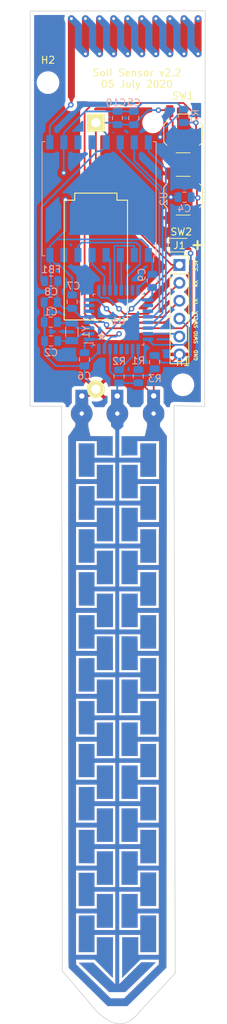
<source format=kicad_pcb>
(kicad_pcb (version 20171130) (host pcbnew "(5.1.5-0-10_14)")
  (layers (0 F.Cu signal) (31 B.Cu signal) (34 B.Paste user) (35 F.Paste user) (36 B.SilkS user) (37 F.SilkS user) (38 B.Mask user) (39 F.Mask user) (44 Edge.Cuts user))
  (net 0 "")
  (net 1 "Net-(AE1-Pad1)")
  (net 2 +3V3)
  (net 3 GND)
  (net 4 "Net-(C1-Pad1)")
  (net 5 "Net-(C2-Pad1)")
  (net 6 "Net-(C4-Pad1)")
  (net 7 VDDA)
  (net 8 "Net-(D1-Pad2)")
  (net 9 SWDIO)
  (net 10 SWCLK)
  (net 11 TX)
  (net 12 RX)
  (net 13 SONDE)
  (net 14 "Net-(R1-Pad1)")
  (net 15 "Net-(R3-Pad1)")
  (net 16 NSS)
  (net 17 DIO2)
  (net 18 DIO1)
  (net 19 DIO0)
  (net 20 RESET)
  (net 21 MOSI)
  (net 22 MISO)
  (net 23 SCK)
  (net 24 "Net-(R2-Pad2)")
  (net 25 "Net-(R7-Pad1)")
  (module MountingHole:MountingHole_2.2mm_M2 (layer F.Cu) (at 127.31496 41.0464)
    (fp_text reference H2 (at 0 -3.2) (layer F.SilkS))
    (fp_text value MountingHole)
    (pad 1 np_thru_hole circle (at 0 0) (size 2.2 2.2) (drill 2.2) (layers *.Cu *.Mask))
  )
  (module MountingHole:MountingHole_2.2mm_M2 (layer F.Cu) (at 146.4818 83.94192)
    (fp_text reference H1 (at 0 -3.2) (layer F.SilkS))
    (fp_text value MountingHole)
    (pad 1 np_thru_hole circle (at 0 0) (size 2.2 2.2) (drill 2.2) (layers *.Cu *.Mask))
  )
  (module Resistor_SMD:R_0805_2012Metric (layer B.Cu) (at 127.762 69.218 180)
    (fp_text reference FB1 (at 0 1.65) (layer B.SilkS) (effects (justify mirror)))
    (fp_text value Ferrite_Bead_Small)
    (pad 2 smd roundrect (at 0.9375 0 180) (size 0.975 1.4) (layers B.Cu B.Paste B.Mask) (net 2 +3V3))
    (pad 1 smd roundrect (at -0.9375 0 180) (size 0.975 1.4) (layers B.Cu B.Paste B.Mask) (net 7 VDDA))
  )
  (module Battery:CR123_holder (layer F.Cu) (at 134.112 46.736)
    (fp_text reference BT1 hide)
    (fp_text value Battery_Cell)
    (pad 1 thru_hole rect (at 0 0) (size 2.54 2.54) (drill 1.3) (layers *.Cu *.Mask F.SilkS) (net 2 +3V3))
    (pad 2 thru_hole circle (at 0 37.82) (size 2.54 2.54) (drill 1.3) (layers *.Cu *.Mask F.SilkS) (net 3 GND))
    (pad "" np_thru_hole circle (at 8.1 0) (size 1.98 1.98) (drill 1.98) (layers *.Cu Dwgs.User))
  )
  (module Sonde:soilSonde (layer F.Cu) (at 137.27938 61.2267)
    (fp_text reference U3 hide)
    (fp_text value SoilSonde hide)
    (fp_poly (pts (xy -6.57994 29.317232) (xy -6.410424 29.074868) (xy -6.283432 28.890117) (xy -6.192823 28.751312) (xy -6.132456 28.646782) (xy -6.096192 28.564857) (xy -6.077888 28.493869) (xy -6.071404 28.422148) (xy -6.070601 28.349309) (xy -6.073648 28.225207) (xy -6.090839 28.134813) (xy -6.134246 28.052375) (xy -6.215942 27.952144) (xy -6.299845 27.860339) (xy -6.509465 27.591381) (xy -6.6428 27.312164) (xy -6.707689 27.002868) (xy -6.717054 26.805467) (xy -6.687679 26.47015) (xy -6.594328 26.176213) (xy -6.42916 25.903835) (xy -6.299845 25.750595) (xy -6.0706 25.502984) (xy -6.0706 23.4188) (xy -4.250267 23.4188) (xy -4.250267 24.496811) (xy -4.249942 24.827327) (xy -4.248483 25.083231) (xy -4.245171 25.274573) (xy -4.239281 25.411405) (xy -4.230093 25.503781) (xy -4.216884 25.561751) (xy -4.198933 25.595369) (xy -4.175516 25.614686) (xy -4.169738 25.617919) (xy -4.042251 25.723386) (xy -3.915889 25.8924) (xy -3.800358 26.104276) (xy -3.705362 26.33833) (xy -3.640605 26.573877) (xy -3.615793 26.790232) (xy -3.61577 26.798655) (xy -3.649123 27.094813) (xy -3.740449 27.393213) (xy -3.878837 27.668956) (xy -4.053377 27.897142) (xy -4.127611 27.966792) (xy -4.189423 28.024117) (xy -4.225713 28.082594) (xy -4.242913 28.165636) (xy -4.247455 28.296655) (xy -4.246856 28.400817) (xy -4.231399 28.630481) (xy -4.187994 28.910565) (xy -4.114641 29.253176) (xy -4.087315 29.366633) (xy -3.931186 30.001633) (xy -0.778934 30.023831) (xy -0.778934 32.785975) (xy -0.975342 32.759054) (xy -1.076155 32.751028) (xy -1.245833 32.743956) (xy -1.468579 32.738216) (xy -1.728595 32.734188) (xy -2.010081 32.73225) (xy -2.097176 32.732133) (xy -3.0226 32.732133) (xy -3.0226 30.700133) (xy -5.123967 30.700133) (xy -5.123967 27.130246) (xy -5.039985 27.087439) (xy -4.970999 27.024712) (xy -4.868508 26.881033) (xy -4.850019 26.740404) (xy -4.915651 26.60508) (xy -4.946843 26.570709) (xy -5.081474 26.483665) (xy -5.224366 26.480315) (xy -5.370641 26.560715) (xy -5.376795 26.565934) (xy -5.470913 26.692647) (xy -5.492483 26.832165) (xy -5.447195 26.964923) (xy -5.340733 27.071353) (xy -5.214416 27.12462) (xy -5.123967 27.130246) (xy -5.123967 30.700133) (xy -5.985934 30.700133) (xy -5.985934 36.1188) (xy -3.0226 36.1188) (xy -3.0226 34.0868) (xy -0.7366 34.0868) (xy -0.7366 38.828133) (xy -3.0226 38.828133) (xy -3.0226 36.796133) (xy -5.985934 36.796133) (xy -5.985934 42.2148) (xy -3.0226 42.2148) (xy -3.0226 40.1828) (xy -0.7366 40.1828) (xy -0.7366 44.924133) (xy -3.0226 44.924133) (xy -3.0226 42.892133) (xy -5.985934 42.892133) (xy -5.985934 48.3108) (xy -3.0226 48.3108) (xy -3.0226 46.2788) (xy -0.7366 46.2788) (xy -0.7366 51.020133) (xy -3.0226 51.020133) (xy -3.0226 48.988133) (xy -5.985934 48.988133) (xy -5.985934 54.4068) (xy -3.0226 54.4068) (xy -3.0226 52.3748) (xy -0.7366 52.3748) (xy -0.7366 57.116133) (xy -3.0226 57.116133) (xy -3.0226 55.084133) (xy -5.985934 55.084133) (xy -5.985934 60.5028) (xy -3.0226 60.5028) (xy -3.0226 58.427084) (xy -1.890184 58.438359) (xy -0.757767 58.449633) (xy -0.746831 60.830883) (xy -0.735896 63.212133) (xy -3.0226 63.212133) (xy -3.0226 61.180133) (xy -5.985934 61.180133) (xy -5.985934 66.5988) (xy -3.0226 66.5988) (xy -3.0226 64.5668) (xy -0.7366 64.5668) (xy -0.7366 69.308133) (xy -3.0226 69.308133) (xy -3.0226 67.276133) (xy -5.985934 67.276133) (xy -5.985934 72.6948) (xy -3.0226 72.6948) (xy -3.0226 70.6628) (xy -0.7366 70.6628) (xy -0.7366 75.404133) (xy -3.0226 75.404133) (xy -3.0226 73.372133) (xy -5.985934 73.372133) (xy -5.985934 78.7908) (xy -3.0226 78.7908) (xy -3.0226 76.7588) (xy -0.7366 76.7588) (xy -0.7366 81.500133) (xy -3.0226 81.500133) (xy -3.0226 79.468133) (xy -5.985934 79.468133) (xy -5.985934 84.8868) (xy -3.0226 84.8868) (xy -3.0226 82.8548) (xy -0.7366 82.8548) (xy -0.7366 87.596133) (xy -3.0226 87.596133) (xy -3.0226 85.564133) (xy -5.985934 85.564133) (xy -5.985934 90.9828) (xy -3.0226 90.9828) (xy -3.0226 88.9508) (xy -0.7366 88.9508) (xy -0.7366 93.692133) (xy -3.0226 93.692133) (xy -3.0226 91.660133) (xy -5.985934 91.660133) (xy -5.985934 97.0788) (xy -3.0226 97.0788) (xy -3.0226 95.004467) (xy -0.7366 95.004467) (xy -0.7366 99.788133) (xy -3.0226 99.788133) (xy -3.0226 97.756133) (xy -5.985934 97.756133) (xy -5.985934 103.640467) (xy -3.0226 103.640467) (xy -3.0226 101.1428) (xy -0.7366 101.1428) (xy -0.7366 104.021467) (xy -0.737163 104.571931) (xy -0.738807 105.075778) (xy -0.741469 105.528277) (xy -0.745085 105.924698) (xy -0.74959 106.26031) (xy -0.754921 106.530382) (xy -0.761015 106.730184) (xy -0.767805 106.854986) (xy -0.77523 106.900056) (xy -0.775561 106.900134) (xy -0.812497 106.870809) (xy -0.902144 106.786992) (xy -1.038213 106.654916) (xy -1.214419 106.480816) (xy -1.424475 106.270927) (xy -1.662093 106.031483) (xy -1.920988 105.768719) (xy -2.077311 105.609219) (xy -3.3401 104.318304) (xy -5.989358 104.3178) (xy -5.977063 104.653001) (xy -5.964767 104.988201) (xy -3.509434 107.402464) (xy -1.0541 109.816728) (xy 0.8509 109.819362) (xy 3.316816 107.401372) (xy 5.782733 104.983383) (xy 5.782733 104.3178) (xy 3.179737 104.3178) (xy 0.575733 106.920788) (xy 0.575733 101.1428) (xy 2.861733 101.1428) (xy 2.861733 103.640467) (xy 5.782733 103.640467) (xy 5.782733 97.756133) (xy 2.777066 97.756133) (xy 2.777066 99.788133) (xy 0.491066 99.788133) (xy 0.491066 95.004467) (xy 2.777066 95.004467) (xy 2.777066 97.0788) (xy 5.782733 97.0788) (xy 5.782733 91.660133) (xy 2.777066 91.660133) (xy 2.777066 93.692133) (xy 0.491066 93.692133) (xy 0.491066 88.9508) (xy 2.777066 88.9508) (xy 2.777066 90.9828) (xy 5.782733 90.9828) (xy 5.782733 85.564133) (xy 2.777066 85.564133) (xy 2.777066 87.596133) (xy 0.491066 87.596133) (xy 0.491066 82.8548) (xy 2.777066 82.8548) (xy 2.777066 84.8868) (xy 5.782733 84.8868) (xy 5.782733 79.468133) (xy 2.777066 79.468133) (xy 2.777066 81.500133) (xy 0.491066 81.500133) (xy 0.491066 76.7588) (xy 2.777066 76.7588) (xy 2.777066 78.7908) (xy 5.782733 78.7908) (xy 5.782733 73.372133) (xy 2.777066 73.372133) (xy 2.777066 75.404133) (xy 0.491066 75.404133) (xy 0.491066 70.6628) (xy 2.777066 70.6628) (xy 2.777066 72.6948) (xy 5.782733 72.6948) (xy 5.782733 67.276133) (xy 2.777066 67.276133) (xy 2.777066 69.308133) (xy 0.491066 69.308133) (xy 0.491066 64.5668) (xy 2.777066 64.5668) (xy 2.777066 66.5988) (xy 5.782733 66.5988) (xy 5.782733 61.180133) (xy 2.777066 61.180133) (xy 2.777066 63.212133) (xy 0.491066 63.212133) (xy 0.491066 58.427084) (xy 1.623483 58.438359) (xy 2.7559 58.449633) (xy 2.767235 59.476217) (xy 2.778571 60.5028) (xy 5.782733 60.5028) (xy 5.782733 55.084133) (xy 2.777066 55.084133) (xy 2.777066 57.116133) (xy 0.491066 57.116133) (xy 0.491066 52.3748) (xy 2.777066 52.3748) (xy 2.777066 54.4068) (xy 5.782733 54.4068) (xy 5.782733 48.988133) (xy 2.777066 48.988133) (xy 2.777066 51.020133) (xy 0.491066 51.020133) (xy 0.491066 46.2788) (xy 2.777066 46.2788) (xy 2.777066 48.3108) (xy 5.782733 48.3108) (xy 5.782733 45.861677) (xy 5.7832 45.405374) (xy 5.784544 44.967672) (xy 5.78668 44.557113) (xy 5.789522 44.182244) (xy 5.792983 43.851606) (xy 5.796978 43.573744) (xy 5.801422 43.357201) (xy 5.806228 43.210522) (xy 5.80993 43.152343) (xy 5.837127 42.892133) (xy 2.777066 42.892133) (xy 2.777066 44.924133) (xy 0.491066 44.924133) (xy 0.491066 40.1828) (xy 2.777066 40.1828) (xy 2.777066 42.2148) (xy 5.825066 42.2148) (xy 5.825066 36.796133) (xy 2.777066 36.796133) (xy 2.777066 38.828133) (xy 0.491066 38.828133) (xy 0.491066 34.0868) (xy 2.777066 34.0868) (xy 2.777066 36.1188) (xy 5.825066 36.1188) (xy 5.825066 30.700133) (xy 5.048622 30.700133) (xy 5.048622 27.129457) (xy 5.159185 27.09591) (xy 5.292564 26.987047) (xy 5.354793 26.851047) (xy 5.34264 26.70553) (xy 5.25549 26.570709) (xy 5.120769 26.483425) (xy 4.977227 26.480058) (xy 4.835942 26.554539) (xy 4.747072 26.666438) (xy 4.721823 26.795176) (xy 4.749776 26.9233) (xy 4.820507 27.033358) (xy 4.923596 27.107894) (xy 5.048622 27.129457) (xy 5.048622 30.700133) (xy 2.734733 30.700133) (xy 2.734733 32.732133) (xy 1.809308 32.732133) (xy 1.524436 32.733363) (xy 1.256251 32.736798) (xy 1.020549 32.742059) (xy 0.833131 32.748768) (xy 0.709793 32.756545) (xy 0.687475 32.759054) (xy 0.491066 32.785975) (xy 0.491066 30.0228) (xy 3.78488 30.0228) (xy 3.95844 29.313717) (xy 4.026662 29.018382) (xy 4.080207 28.752618) (xy 4.116136 28.53268) (xy 4.131509 28.374823) (xy 4.131866 28.354724) (xy 4.128691 28.22238) (xy 4.110849 28.128894) (xy 4.065603 28.045949) (xy 3.980219 27.945226) (xy 3.9177 27.878506) (xy 3.749306 27.683885) (xy 3.634179 27.502658) (xy 3.563303 27.310607) (xy 3.527664 27.083517) (xy 3.518233 26.805467) (xy 3.528721 26.524829) (xy 3.566242 26.301192) (xy 3.640596 26.108662) (xy 3.761584 25.921347) (xy 3.926363 25.727136) (xy 4.131733 25.502429) (xy 4.131733 23.4188) (xy 5.952066 23.4188) (xy 5.952066 25.52032) (xy 6.147703 25.724498) (xy 6.274428 25.877061) (xy 6.393494 26.05361) (xy 6.454619 26.165988) (xy 6.509547 26.295423) (xy 6.543045 26.41577) (xy 6.560101 26.555696) (xy 6.565703 26.743866) (xy 6.5659 26.805467) (xy 6.562497 27.011233) (xy 6.548963 27.161156) (xy 6.52031 27.2839) (xy 6.471549 27.408134) (xy 6.454619 27.444946) (xy 6.36036 27.610261) (xy 6.235532 27.784547) (xy 6.147703 27.886436) (xy 6.042871 28.000078) (xy 5.98432 28.086111) (xy 5.958589 28.176918) (xy 5.952216 28.304883) (xy 5.952066 28.357094) (xy 5.952066 28.623575) (xy 6.438476 29.312604) (xy 6.924887 30.001633) (xy 6.914766 34.1503) (xy 6.914225 34.404341) (xy 6.913636 34.740691) (xy 6.913002 35.156994) (xy 6.912324 35.650891) (xy 6.911606 36.220027) (xy 6.910848 36.862044) (xy 6.910052 37.574584) (xy 6.909222 38.355291) (xy 6.908357 39.201807) (xy 6.907461 40.111775) (xy 6.906536 41.082839) (xy 6.905583 42.11264) (xy 6.904604 43.198822) (xy 6.903602 44.339027) (xy 6.902578 45.530899) (xy 6.901534 46.77208) (xy 6.900472 48.060213) (xy 6.899394 49.392942) (xy 6.898303 50.767907) (xy 6.897199 52.182754) (xy 6.896086 53.635123) (xy 6.894964 55.122659) (xy 6.893837 56.643004) (xy 6.892705 58.193802) (xy 6.891571 59.772693) (xy 6.890437 61.377323) (xy 6.889304 63.005332) (xy 6.888176 64.654366) (xy 6.887052 66.322065) (xy 6.885937 68.006073) (xy 6.884831 69.704033) (xy 6.883737 71.413587) (xy 6.883439 71.883517) (xy 6.862233 105.468067) (xy 4.0894 108.192727) (xy 1.316566 110.917388) (xy -0.08817 110.919594) (xy -1.492907 110.9218) (xy -4.258004 108.210284) (xy -7.0231 105.498767) (xy -7.048573 104.813034) (xy -7.0498 104.738039) (xy -7.05103 104.580341) (xy -7.052261 104.341904) (xy -7.053492 104.024691) (xy -7.05472 103.630666) (xy -7.055944 103.161791) (xy -7.057162 102.620032) (xy -7.058373 102.007351) (xy -7.059574 101.325712) (xy -7.060764 100.577078) (xy -7.061942 99.763414) (xy -7.063105 98.886682) (xy -7.064252 97.948847) (xy -7.065381 96.951871) (xy -7.06649 95.897719) (xy -7.067578 94.788354) (xy -7.068643 93.625739) (xy -7.069684 92.411839) (xy -7.070697 91.148616) (xy -7.071683 89.838035) (xy -7.072638 88.482059) (xy -7.073562 87.082651) (xy -7.074453 85.641775) (xy -7.075308 84.161395) (xy -7.076126 82.643474) (xy -7.076906 81.089976) (xy -7.077646 79.502864) (xy -7.078344 77.884103) (xy -7.078998 76.235655) (xy -7.079606 74.559484) (xy -7.080167 72.857553) (xy -7.08068 71.131827) (xy -7.081141 69.384269) (xy -7.081551 67.616842) (xy -7.081663 67.085549) (xy -7.08928 30.043797) (xy -6.57994 29.317232)) (layer F.Cu) (width 0.01))
    (fp_poly (pts (xy -3.361267 31.0388) (xy -3.361267 33.0708) (xy -0.397934 33.0708) (xy -0.397934 29.14252) (xy -0.694267 28.8798) (xy -0.9906 28.617081) (xy -0.9906 28.362194) (xy -0.993933 28.21743) (xy -1.014015 28.1236) (xy -1.065971 28.046989) (xy -1.164924 27.95388) (xy -1.179545 27.940992) (xy -1.383532 27.708095) (xy -1.535919 27.423565) (xy -1.63078 27.107061) (xy -1.662188 26.778239) (xy -1.625443 26.461916) (xy -1.534717 26.17469) (xy -1.401327 25.933683) (xy -1.206213 25.704747) (xy -1.198411 25.696912) (xy -0.990601 25.489102) (xy -0.990601 24.453951) (xy -0.9906 23.4188) (xy 0.745066 23.4188) (xy 0.745066 25.475639) (xy 0.993176 25.730773) (xy 1.207276 25.989465) (xy 1.346185 26.255875) (xy 1.418383 26.550679) (xy 1.433853 26.805467) (xy 1.408158 27.12494) (xy 1.325222 27.404009) (xy 1.176273 27.664206) (xy 0.994963 27.882616) (xy 0.874326 28.013956) (xy 0.800471 28.107643) (xy 0.761864 28.187404) (xy 0.746972 28.276966) (xy 0.744267 28.398361) (xy 0.743468 28.646967) (xy 0.447934 28.894262) (xy 0.1524 29.141558) (xy 0.1524 33.0708) (xy 3.158066 33.0708) (xy 3.158066 31.0388) (xy 5.401733 31.0388) (xy 5.401733 35.780133) (xy 3.158066 35.780133) (xy 3.158066 33.748133) (xy 0.1524 33.748133) (xy 0.1524 39.1668) (xy 3.158066 39.1668) (xy 3.158066 37.092467) (xy 5.401733 37.092467) (xy 5.401733 41.876133) (xy 3.158066 41.876133) (xy 3.158066 39.844133) (xy 0.1524 39.844133) (xy 0.1524 45.2628) (xy 3.158066 45.2628) (xy 3.158066 43.2308) (xy 5.401733 43.2308) (xy 5.401733 47.972133) (xy 3.158066 47.972133) (xy 3.158066 45.940133) (xy 0.1524 45.940133) (xy 0.1524 51.3588) (xy 3.158066 51.3588) (xy 3.158066 49.3268) (xy 5.401733 49.3268) (xy 5.401733 54.068133) (xy 3.158066 54.068133) (xy 3.158066 52.036133) (xy 0.1524 52.036133) (xy 0.1524 57.4548) (xy 3.158066 57.4548) (xy 3.158066 55.4228) (xy 5.401733 55.4228) (xy 5.401733 60.164133) (xy 3.158066 60.164133) (xy 3.158066 58.132133) (xy 0.1524 58.132133) (xy 0.1524 63.5508) (xy 3.158066 63.5508) (xy 3.158066 61.5188) (xy 5.401733 61.5188) (xy 5.401733 66.260133) (xy 3.158066 66.260133) (xy 3.158066 64.228133) (xy 0.1524 64.228133) (xy 0.1524 69.6468) (xy 3.158066 69.6468) (xy 3.158066 67.6148) (xy 5.401733 67.6148) (xy 5.401733 72.356133) (xy 3.158066 72.356133) (xy 3.158066 70.324133) (xy 0.1524 70.324133) (xy 0.1524 75.7428) (xy 3.158066 75.7428) (xy 3.158066 73.7108) (xy 5.401733 73.7108) (xy 5.401733 78.4098) (xy 3.158066 78.4098) (xy 3.158066 76.3778) (xy 0.1524 76.3778) (xy 0.1524 81.8388) (xy 3.158066 81.8388) (xy 3.158066 79.8068) (xy 5.401733 79.8068) (xy 5.401733 84.548133) (xy 3.158066 84.548133) (xy 3.158066 82.516133) (xy 0.1524 82.516133) (xy 0.1524 87.9348) (xy 3.158066 87.9348) (xy 3.158066 85.9028) (xy 5.401733 85.9028) (xy 5.401733 90.644133) (xy 3.158066 90.644133) (xy 3.158066 88.612133) (xy 0.1524 88.612133) (xy 0.1524 94.0308) (xy 3.158066 94.0308) (xy 3.158066 91.956467) (xy 5.401733 91.956467) (xy 5.401733 96.6978) (xy 3.158066 96.6978) (xy 3.158066 94.6658) (xy 0.1524 94.6658) (xy 0.1524 100.1268) (xy 3.158066 100.1268) (xy 3.158066 98.052467) (xy 5.401733 98.052467) (xy 5.401733 103.259467) (xy 3.158066 103.259467) (xy 3.158066 100.804133) (xy 0.1524 100.804133) (xy 0.1524 107.801592) (xy 3.28284 104.6988) (xy 4.32112 104.6988) (xy 4.607529 104.699551) (xy 4.863679 104.701662) (xy 5.078127 104.704921) (xy 5.239428 104.709115) (xy 5.336138 104.714031) (xy 5.3594 104.718088) (xy 5.329745 104.749947) (xy 5.244005 104.835888) (xy 5.107012 104.971193) (xy 4.923599 105.151145) (xy 4.698599 105.371027) (xy 4.436844 105.626121) (xy 4.143169 105.911709) (xy 3.822406 106.223075) (xy 3.479387 106.555502) (xy 3.190834 106.834754) (xy 1.022268 108.932133) (xy -0.186445 108.932133) (xy -0.186445 27.119575) (xy -0.04647 27.116025) (xy 0.012896 27.093853) (xy 0.129122 27.003948) (xy 0.202014 26.881034) (xy 0.214659 26.755064) (xy 0.211552 26.741967) (xy 0.164078 26.65421) (xy 0.083152 26.562081) (xy 0.083118 26.56205) (xy -0.056589 26.480648) (xy -0.1986 26.482792) (xy -0.333927 26.568296) (xy -0.336358 26.570709) (xy -0.417744 26.699051) (xy -0.432034 26.835202) (xy -0.390639 26.962069) (xy -0.304972 27.062558) (xy -0.186445 27.119575) (xy -0.186445 108.932133) (xy -1.277065 108.932133) (xy -3.416319 106.880609) (xy -3.772811 106.538487) (xy -4.111473 106.212991) (xy -4.427325 105.908938) (xy -4.715389 105.631144) (xy -4.970687 105.384423) (xy -5.188239 105.173592) (xy -5.363067 105.003467) (xy -5.490192 104.878863) (xy -5.564636 104.804596) (xy -5.582752 104.785109) (xy -5.555614 104.769618) (xy -5.451663 104.757564) (xy -5.269048 104.748864) (xy -5.005919 104.743437) (xy -4.660426 104.741204) (xy -4.575699 104.741133) (xy -3.541468 104.741133) (xy -2.168044 106.085217) (xy -1.877502 106.369434) (xy -1.599042 106.641606) (xy -1.339886 106.894693) (xy -1.107253 107.121652) (xy -0.908364 107.315443) (xy -0.75044 107.469023) (xy -0.640701 107.57535) (xy -0.596277 107.618031) (xy -0.397934 107.806762) (xy -0.397934 100.804133) (xy -3.361267 100.804133) (xy -3.361267 103.259467) (xy -5.605585 103.259467) (xy -5.583767 98.073633) (xy -3.361267 98.051061) (xy -3.361267 100.1268) (xy -0.397934 100.1268) (xy -0.397934 94.6658) (xy -3.361267 94.6658) (xy -3.361267 96.6978) (xy -5.604934 96.6978) (xy -5.604934 91.9988) (xy -3.361267 91.9988) (xy -3.361267 94.0308) (xy -0.397934 94.0308) (xy -0.397934 88.612133) (xy -3.361267 88.612133) (xy -3.361267 90.645539) (xy -5.583767 90.622967) (xy -5.594706 88.262883) (xy -5.605645 85.9028) (xy -3.361267 85.9028) (xy -3.361267 87.9348) (xy -0.397934 87.9348) (xy -0.397934 82.516133) (xy -3.361267 82.516133) (xy -3.361267 84.548133) (xy -5.605645 84.548133) (xy -5.583767 79.827967) (xy -4.472517 79.816681) (xy -3.361267 79.805394) (xy -3.361267 81.8388) (xy -0.397934 81.8388) (xy -0.397934 76.3778) (xy -3.361267 76.3778) (xy -3.361267 78.4098) (xy -5.604934 78.4098) (xy -5.604934 73.7108) (xy -3.361267 73.7108) (xy -3.361267 75.7428) (xy -0.397934 75.7428) (xy -0.397934 70.324133) (xy -3.361267 70.324133) (xy -3.361267 72.357539) (xy -5.583767 72.334967) (xy -5.594706 69.974883) (xy -5.605645 67.6148) (xy -3.361267 67.6148) (xy -3.361267 69.6468) (xy -0.397934 69.6468) (xy -0.397934 64.228133) (xy -3.361267 64.228133) (xy -3.361267 66.260133) (xy -5.605645 66.260133) (xy -5.583767 61.539967) (xy -4.472517 61.528681) (xy -3.361267 61.517394) (xy -3.361267 63.5508) (xy -0.397934 63.5508) (xy -0.397934 58.132133) (xy -3.361267 58.132133) (xy -3.361267 60.164133) (xy -5.604934 60.164133) (xy -5.604934 55.4228) (xy -3.361267 55.4228) (xy -3.361267 57.4548) (xy -0.397934 57.4548) (xy -0.397934 52.036133) (xy -3.361267 52.036133) (xy -3.361267 54.069539) (xy -5.583767 54.046967) (xy -5.594706 51.686883) (xy -5.605645 49.3268) (xy -3.361267 49.3268) (xy -3.361267 51.3588) (xy -0.397934 51.3588) (xy -0.397934 45.940133) (xy -3.361267 45.940133) (xy -3.361267 47.972133) (xy -5.604934 47.972133) (xy -5.604934 43.2308) (xy -3.361267 43.2308) (xy -3.361267 45.2628) (xy -0.397934 45.2628) (xy -0.397934 39.844133) (xy -3.361267 39.844133) (xy -3.361267 41.876133) (xy -5.605639 41.876133) (xy -5.583767 37.113633) (xy -3.361267 37.091061) (xy -3.361267 39.1668) (xy -0.397934 39.1668) (xy -0.397934 33.748133) (xy -3.361267 33.748133) (xy -3.361267 35.781539) (xy -5.583767 35.758967) (xy -5.594706 33.398883) (xy -5.605645 31.0388) (xy -3.361267 31.0388)) (layer F.Cu) (width 0.01))
    (fp_poly (pts (xy -6.57994 29.317232) (xy -6.410424 29.074868) (xy -6.283432 28.890117) (xy -6.192823 28.751312) (xy -6.132456 28.646782) (xy -6.096192 28.564857) (xy -6.077888 28.493869) (xy -6.071404 28.422148) (xy -6.070601 28.349309) (xy -6.073648 28.225207) (xy -6.090839 28.134813) (xy -6.134246 28.052375) (xy -6.215942 27.952144) (xy -6.299845 27.860339) (xy -6.509465 27.591381) (xy -6.6428 27.312164) (xy -6.707689 27.002868) (xy -6.717054 26.805467) (xy -6.687679 26.47015) (xy -6.594328 26.176213) (xy -6.42916 25.903835) (xy -6.299845 25.750595) (xy -6.0706 25.502984) (xy -6.0706 23.4188) (xy -4.250267 23.4188) (xy -4.250267 24.496811) (xy -4.249942 24.827327) (xy -4.248483 25.083231) (xy -4.245171 25.274573) (xy -4.239281 25.411405) (xy -4.230093 25.503781) (xy -4.216884 25.561751) (xy -4.198933 25.595369) (xy -4.175516 25.614686) (xy -4.169738 25.617919) (xy -4.042251 25.723386) (xy -3.915889 25.8924) (xy -3.800358 26.104276) (xy -3.705362 26.33833) (xy -3.640605 26.573877) (xy -3.615793 26.790232) (xy -3.61577 26.798655) (xy -3.649123 27.094813) (xy -3.740449 27.393213) (xy -3.878837 27.668956) (xy -4.053377 27.897142) (xy -4.127611 27.966792) (xy -4.189423 28.024117) (xy -4.225713 28.082594) (xy -4.242913 28.165636) (xy -4.247455 28.296655) (xy -4.246856 28.400817) (xy -4.231399 28.630481) (xy -4.187994 28.910565) (xy -4.114641 29.253176) (xy -4.087315 29.366633) (xy -3.931186 30.001633) (xy -0.778934 30.023831) (xy -0.778934 32.785975) (xy -0.975342 32.759054) (xy -1.076155 32.751028) (xy -1.245833 32.743956) (xy -1.468579 32.738216) (xy -1.728595 32.734188) (xy -2.010081 32.73225) (xy -2.097176 32.732133) (xy -3.0226 32.732133) (xy -3.0226 30.700133) (xy -5.123967 30.700133) (xy -5.123967 27.130246) (xy -5.039985 27.087439) (xy -4.970999 27.024712) (xy -4.868508 26.881033) (xy -4.850019 26.740404) (xy -4.915651 26.60508) (xy -4.946843 26.570709) (xy -5.081474 26.483665) (xy -5.224366 26.480315) (xy -5.370641 26.560715) (xy -5.376795 26.565934) (xy -5.470913 26.692647) (xy -5.492483 26.832165) (xy -5.447195 26.964923) (xy -5.340733 27.071353) (xy -5.214416 27.12462) (xy -5.123967 27.130246) (xy -5.123967 30.700133) (xy -5.985934 30.700133) (xy -5.985934 36.1188) (xy -3.0226 36.1188) (xy -3.0226 34.0868) (xy -0.7366 34.0868) (xy -0.7366 38.828133) (xy -3.0226 38.828133) (xy -3.0226 36.796133) (xy -5.985934 36.796133) (xy -5.985934 42.2148) (xy -3.0226 42.2148) (xy -3.0226 40.1828) (xy -0.7366 40.1828) (xy -0.7366 44.924133) (xy -3.0226 44.924133) (xy -3.0226 42.892133) (xy -5.985934 42.892133) (xy -5.985934 48.3108) (xy -3.0226 48.3108) (xy -3.0226 46.2788) (xy -0.7366 46.2788) (xy -0.7366 51.020133) (xy -3.0226 51.020133) (xy -3.0226 48.988133) (xy -5.985934 48.988133) (xy -5.985934 54.4068) (xy -3.0226 54.4068) (xy -3.0226 52.3748) (xy -0.7366 52.3748) (xy -0.7366 57.116133) (xy -3.0226 57.116133) (xy -3.0226 55.084133) (xy -5.985934 55.084133) (xy -5.985934 60.5028) (xy -3.0226 60.5028) (xy -3.0226 58.427084) (xy -1.890184 58.438359) (xy -0.757767 58.449633) (xy -0.746831 60.830883) (xy -0.735896 63.212133) (xy -3.0226 63.212133) (xy -3.0226 61.180133) (xy -5.985934 61.180133) (xy -5.985934 66.5988) (xy -3.0226 66.5988) (xy -3.0226 64.5668) (xy -0.7366 64.5668) (xy -0.7366 69.308133) (xy -3.0226 69.308133) (xy -3.0226 67.276133) (xy -5.985934 67.276133) (xy -5.985934 72.6948) (xy -3.0226 72.6948) (xy -3.0226 70.6628) (xy -0.7366 70.6628) (xy -0.7366 75.404133) (xy -3.0226 75.404133) (xy -3.0226 73.372133) (xy -5.985934 73.372133) (xy -5.985934 78.7908) (xy -3.0226 78.7908) (xy -3.0226 76.7588) (xy -0.7366 76.7588) (xy -0.7366 81.500133) (xy -3.0226 81.500133) (xy -3.0226 79.468133) (xy -5.985934 79.468133) (xy -5.985934 84.8868) (xy -3.0226 84.8868) (xy -3.0226 82.8548) (xy -0.7366 82.8548) (xy -0.7366 87.596133) (xy -3.0226 87.596133) (xy -3.0226 85.564133) (xy -5.985934 85.564133) (xy -5.985934 90.9828) (xy -3.0226 90.9828) (xy -3.0226 88.9508) (xy -0.7366 88.9508) (xy -0.7366 93.692133) (xy -3.0226 93.692133) (xy -3.0226 91.660133) (xy -5.985934 91.660133) (xy -5.985934 97.0788) (xy -3.0226 97.0788) (xy -3.0226 95.004467) (xy -0.7366 95.004467) (xy -0.7366 99.788133) (xy -3.0226 99.788133) (xy -3.0226 97.756133) (xy -5.985934 97.756133) (xy -5.985934 103.640467) (xy -3.0226 103.640467) (xy -3.0226 101.1428) (xy -0.7366 101.1428) (xy -0.7366 104.021467) (xy -0.737163 104.571931) (xy -0.738807 105.075778) (xy -0.741469 105.528277) (xy -0.745085 105.924698) (xy -0.74959 106.26031) (xy -0.754921 106.530382) (xy -0.761015 106.730184) (xy -0.767805 106.854986) (xy -0.77523 106.900056) (xy -0.775561 106.900134) (xy -0.812497 106.870809) (xy -0.902144 106.786992) (xy -1.038213 106.654916) (xy -1.214419 106.480816) (xy -1.424475 106.270927) (xy -1.662093 106.031483) (xy -1.920988 105.768719) (xy -2.077311 105.609219) (xy -3.3401 104.318304) (xy -5.989358 104.3178) (xy -5.977063 104.653001) (xy -5.964767 104.988201) (xy -3.509434 107.402464) (xy -1.0541 109.816728) (xy 0.8509 109.819362) (xy 3.316816 107.401372) (xy 5.782733 104.983383) (xy 5.782733 104.3178) (xy 3.179737 104.3178) (xy 0.575733 106.920788) (xy 0.575733 101.1428) (xy 2.861733 101.1428) (xy 2.861733 103.640467) (xy 5.782733 103.640467) (xy 5.782733 97.756133) (xy 2.777066 97.756133) (xy 2.777066 99.788133) (xy 0.491066 99.788133) (xy 0.491066 95.004467) (xy 2.777066 95.004467) (xy 2.777066 97.0788) (xy 5.782733 97.0788) (xy 5.782733 91.660133) (xy 2.777066 91.660133) (xy 2.777066 93.692133) (xy 0.491066 93.692133) (xy 0.491066 88.9508) (xy 2.777066 88.9508) (xy 2.777066 90.9828) (xy 5.782733 90.9828) (xy 5.782733 85.564133) (xy 2.777066 85.564133) (xy 2.777066 87.596133) (xy 0.491066 87.596133) (xy 0.491066 82.8548) (xy 2.777066 82.8548) (xy 2.777066 84.8868) (xy 5.782733 84.8868) (xy 5.782733 79.468133) (xy 2.777066 79.468133) (xy 2.777066 81.500133) (xy 0.491066 81.500133) (xy 0.491066 76.7588) (xy 2.777066 76.7588) (xy 2.777066 78.7908) (xy 5.782733 78.7908) (xy 5.782733 73.372133) (xy 2.777066 73.372133) (xy 2.777066 75.404133) (xy 0.491066 75.404133) (xy 0.491066 70.6628) (xy 2.777066 70.6628) (xy 2.777066 72.6948) (xy 5.782733 72.6948) (xy 5.782733 67.276133) (xy 2.777066 67.276133) (xy 2.777066 69.308133) (xy 0.491066 69.308133) (xy 0.491066 64.5668) (xy 2.777066 64.5668) (xy 2.777066 66.5988) (xy 5.782733 66.5988) (xy 5.782733 61.180133) (xy 2.777066 61.180133) (xy 2.777066 63.212133) (xy 0.491066 63.212133) (xy 0.491066 58.427084) (xy 1.623483 58.438359) (xy 2.7559 58.449633) (xy 2.767235 59.476217) (xy 2.778571 60.5028) (xy 5.782733 60.5028) (xy 5.782733 55.084133) (xy 2.777066 55.084133) (xy 2.777066 57.116133) (xy 0.491066 57.116133) (xy 0.491066 52.3748) (xy 2.777066 52.3748) (xy 2.777066 54.4068) (xy 5.782733 54.4068) (xy 5.782733 48.988133) (xy 2.777066 48.988133) (xy 2.777066 51.020133) (xy 0.491066 51.020133) (xy 0.491066 46.2788) (xy 2.777066 46.2788) (xy 2.777066 48.3108) (xy 5.782733 48.3108) (xy 5.782733 45.861677) (xy 5.7832 45.405374) (xy 5.784544 44.967672) (xy 5.78668 44.557113) (xy 5.789522 44.182244) (xy 5.792983 43.851606) (xy 5.796978 43.573744) (xy 5.801422 43.357201) (xy 5.806228 43.210522) (xy 5.80993 43.152343) (xy 5.837127 42.892133) (xy 2.777066 42.892133) (xy 2.777066 44.924133) (xy 0.491066 44.924133) (xy 0.491066 40.1828) (xy 2.777066 40.1828) (xy 2.777066 42.2148) (xy 5.825066 42.2148) (xy 5.825066 36.796133) (xy 2.777066 36.796133) (xy 2.777066 38.828133) (xy 0.491066 38.828133) (xy 0.491066 34.0868) (xy 2.777066 34.0868) (xy 2.777066 36.1188) (xy 5.825066 36.1188) (xy 5.825066 30.700133) (xy 5.048622 30.700133) (xy 5.048622 27.129457) (xy 5.159185 27.09591) (xy 5.292564 26.987047) (xy 5.354793 26.851047) (xy 5.34264 26.70553) (xy 5.25549 26.570709) (xy 5.120769 26.483425) (xy 4.977227 26.480058) (xy 4.835942 26.554539) (xy 4.747072 26.666438) (xy 4.721823 26.795176) (xy 4.749776 26.9233) (xy 4.820507 27.033358) (xy 4.923596 27.107894) (xy 5.048622 27.129457) (xy 5.048622 30.700133) (xy 2.734733 30.700133) (xy 2.734733 32.732133) (xy 1.809308 32.732133) (xy 1.524436 32.733363) (xy 1.256251 32.736798) (xy 1.020549 32.742059) (xy 0.833131 32.748768) (xy 0.709793 32.756545) (xy 0.687475 32.759054) (xy 0.491066 32.785975) (xy 0.491066 30.0228) (xy 3.78488 30.0228) (xy 3.95844 29.313717) (xy 4.026662 29.018382) (xy 4.080207 28.752618) (xy 4.116136 28.53268) (xy 4.131509 28.374823) (xy 4.131866 28.354724) (xy 4.128691 28.22238) (xy 4.110849 28.128894) (xy 4.065603 28.045949) (xy 3.980219 27.945226) (xy 3.9177 27.878506) (xy 3.749306 27.683885) (xy 3.634179 27.502658) (xy 3.563303 27.310607) (xy 3.527664 27.083517) (xy 3.518233 26.805467) (xy 3.528721 26.524829) (xy 3.566242 26.301192) (xy 3.640596 26.108662) (xy 3.761584 25.921347) (xy 3.926363 25.727136) (xy 4.131733 25.502429) (xy 4.131733 23.4188) (xy 5.952066 23.4188) (xy 5.952066 25.52032) (xy 6.147703 25.724498) (xy 6.274428 25.877061) (xy 6.393494 26.05361) (xy 6.454619 26.165988) (xy 6.509547 26.295423) (xy 6.543045 26.41577) (xy 6.560101 26.555696) (xy 6.565703 26.743866) (xy 6.5659 26.805467) (xy 6.562497 27.011233) (xy 6.548963 27.161156) (xy 6.52031 27.2839) (xy 6.471549 27.408134) (xy 6.454619 27.444946) (xy 6.36036 27.610261) (xy 6.235532 27.784547) (xy 6.147703 27.886436) (xy 6.042871 28.000078) (xy 5.98432 28.086111) (xy 5.958589 28.176918) (xy 5.952216 28.304883) (xy 5.952066 28.357094) (xy 5.952066 28.623575) (xy 6.438476 29.312604) (xy 6.924887 30.001633) (xy 6.914766 34.1503) (xy 6.914225 34.404341) (xy 6.913636 34.740691) (xy 6.913002 35.156994) (xy 6.912324 35.650891) (xy 6.911606 36.220027) (xy 6.910848 36.862044) (xy 6.910052 37.574584) (xy 6.909222 38.355291) (xy 6.908357 39.201807) (xy 6.907461 40.111775) (xy 6.906536 41.082839) (xy 6.905583 42.11264) (xy 6.904604 43.198822) (xy 6.903602 44.339027) (xy 6.902578 45.530899) (xy 6.901534 46.77208) (xy 6.900472 48.060213) (xy 6.899394 49.392942) (xy 6.898303 50.767907) (xy 6.897199 52.182754) (xy 6.896086 53.635123) (xy 6.894964 55.122659) (xy 6.893837 56.643004) (xy 6.892705 58.193802) (xy 6.891571 59.772693) (xy 6.890437 61.377323) (xy 6.889304 63.005332) (xy 6.888176 64.654366) (xy 6.887052 66.322065) (xy 6.885937 68.006073) (xy 6.884831 69.704033) (xy 6.883737 71.413587) (xy 6.883439 71.883517) (xy 6.862233 105.468067) (xy 4.0894 108.192727) (xy 1.316566 110.917388) (xy -0.08817 110.919594) (xy -1.492907 110.9218) (xy -4.258004 108.210284) (xy -7.0231 105.498767) (xy -7.048573 104.813034) (xy -7.0498 104.738039) (xy -7.05103 104.580341) (xy -7.052261 104.341904) (xy -7.053492 104.024691) (xy -7.05472 103.630666) (xy -7.055944 103.161791) (xy -7.057162 102.620032) (xy -7.058373 102.007351) (xy -7.059574 101.325712) (xy -7.060764 100.577078) (xy -7.061942 99.763414) (xy -7.063105 98.886682) (xy -7.064252 97.948847) (xy -7.065381 96.951871) (xy -7.06649 95.897719) (xy -7.067578 94.788354) (xy -7.068643 93.625739) (xy -7.069684 92.411839) (xy -7.070697 91.148616) (xy -7.071683 89.838035) (xy -7.072638 88.482059) (xy -7.073562 87.082651) (xy -7.074453 85.641775) (xy -7.075308 84.161395) (xy -7.076126 82.643474) (xy -7.076906 81.089976) (xy -7.077646 79.502864) (xy -7.078344 77.884103) (xy -7.078998 76.235655) (xy -7.079606 74.559484) (xy -7.080167 72.857553) (xy -7.08068 71.131827) (xy -7.081141 69.384269) (xy -7.081551 67.616842) (xy -7.081663 67.085549) (xy -7.08928 30.043797) (xy -6.57994 29.317232)) (layer B.Cu) (width 0.01))
    (fp_poly (pts (xy -3.361267 31.0388) (xy -3.361267 33.0708) (xy -0.397934 33.0708) (xy -0.397934 29.14252) (xy -0.694267 28.8798) (xy -0.9906 28.617081) (xy -0.9906 28.362194) (xy -0.993933 28.21743) (xy -1.014015 28.1236) (xy -1.065971 28.046989) (xy -1.164924 27.95388) (xy -1.179545 27.940992) (xy -1.383532 27.708095) (xy -1.535919 27.423565) (xy -1.63078 27.107061) (xy -1.662188 26.778239) (xy -1.625443 26.461916) (xy -1.534717 26.17469) (xy -1.401327 25.933683) (xy -1.206213 25.704747) (xy -1.198411 25.696912) (xy -0.990601 25.489102) (xy -0.990601 24.453951) (xy -0.9906 23.4188) (xy 0.745066 23.4188) (xy 0.745066 25.475639) (xy 0.993176 25.730773) (xy 1.207276 25.989465) (xy 1.346185 26.255875) (xy 1.418383 26.550679) (xy 1.433853 26.805467) (xy 1.408158 27.12494) (xy 1.325222 27.404009) (xy 1.176273 27.664206) (xy 0.994963 27.882616) (xy 0.874326 28.013956) (xy 0.800471 28.107643) (xy 0.761864 28.187404) (xy 0.746972 28.276966) (xy 0.744267 28.398361) (xy 0.743468 28.646967) (xy 0.447934 28.894262) (xy 0.1524 29.141558) (xy 0.1524 33.0708) (xy 3.158066 33.0708) (xy 3.158066 31.0388) (xy 5.401733 31.0388) (xy 5.401733 35.780133) (xy 3.158066 35.780133) (xy 3.158066 33.748133) (xy 0.1524 33.748133) (xy 0.1524 39.1668) (xy 3.158066 39.1668) (xy 3.158066 37.092467) (xy 5.401733 37.092467) (xy 5.401733 41.876133) (xy 3.158066 41.876133) (xy 3.158066 39.844133) (xy 0.1524 39.844133) (xy 0.1524 45.2628) (xy 3.158066 45.2628) (xy 3.158066 43.2308) (xy 5.401733 43.2308) (xy 5.401733 47.972133) (xy 3.158066 47.972133) (xy 3.158066 45.940133) (xy 0.1524 45.940133) (xy 0.1524 51.3588) (xy 3.158066 51.3588) (xy 3.158066 49.3268) (xy 5.401733 49.3268) (xy 5.401733 54.068133) (xy 3.158066 54.068133) (xy 3.158066 52.036133) (xy 0.1524 52.036133) (xy 0.1524 57.4548) (xy 3.158066 57.4548) (xy 3.158066 55.4228) (xy 5.401733 55.4228) (xy 5.401733 60.164133) (xy 3.158066 60.164133) (xy 3.158066 58.132133) (xy 0.1524 58.132133) (xy 0.1524 63.5508) (xy 3.158066 63.5508) (xy 3.158066 61.5188) (xy 5.401733 61.5188) (xy 5.401733 66.260133) (xy 3.158066 66.260133) (xy 3.158066 64.228133) (xy 0.1524 64.228133) (xy 0.1524 69.6468) (xy 3.158066 69.6468) (xy 3.158066 67.6148) (xy 5.401733 67.6148) (xy 5.401733 72.356133) (xy 3.158066 72.356133) (xy 3.158066 70.324133) (xy 0.1524 70.324133) (xy 0.1524 75.7428) (xy 3.158066 75.7428) (xy 3.158066 73.7108) (xy 5.401733 73.7108) (xy 5.401733 78.4098) (xy 3.158066 78.4098) (xy 3.158066 76.3778) (xy 0.1524 76.3778) (xy 0.1524 81.8388) (xy 3.158066 81.8388) (xy 3.158066 79.8068) (xy 5.401733 79.8068) (xy 5.401733 84.548133) (xy 3.158066 84.548133) (xy 3.158066 82.516133) (xy 0.1524 82.516133) (xy 0.1524 87.9348) (xy 3.158066 87.9348) (xy 3.158066 85.9028) (xy 5.401733 85.9028) (xy 5.401733 90.644133) (xy 3.158066 90.644133) (xy 3.158066 88.612133) (xy 0.1524 88.612133) (xy 0.1524 94.0308) (xy 3.158066 94.0308) (xy 3.158066 91.956467) (xy 5.401733 91.956467) (xy 5.401733 96.6978) (xy 3.158066 96.6978) (xy 3.158066 94.6658) (xy 0.1524 94.6658) (xy 0.1524 100.1268) (xy 3.158066 100.1268) (xy 3.158066 98.052467) (xy 5.401733 98.052467) (xy 5.401733 103.259467) (xy 3.158066 103.259467) (xy 3.158066 100.804133) (xy 0.1524 100.804133) (xy 0.1524 107.801592) (xy 3.28284 104.6988) (xy 4.32112 104.6988) (xy 4.607529 104.699551) (xy 4.863679 104.701662) (xy 5.078127 104.704921) (xy 5.239428 104.709115) (xy 5.336138 104.714031) (xy 5.3594 104.718088) (xy 5.329745 104.749947) (xy 5.244005 104.835888) (xy 5.107012 104.971193) (xy 4.923599 105.151145) (xy 4.698599 105.371027) (xy 4.436844 105.626121) (xy 4.143169 105.911709) (xy 3.822406 106.223075) (xy 3.479387 106.555502) (xy 3.190834 106.834754) (xy 1.022268 108.932133) (xy -0.186445 108.932133) (xy -0.186445 27.119575) (xy -0.04647 27.116025) (xy 0.012896 27.093853) (xy 0.129122 27.003948) (xy 0.202014 26.881034) (xy 0.214659 26.755064) (xy 0.211552 26.741967) (xy 0.164078 26.65421) (xy 0.083152 26.562081) (xy 0.083118 26.56205) (xy -0.056589 26.480648) (xy -0.1986 26.482792) (xy -0.333927 26.568296) (xy -0.336358 26.570709) (xy -0.417744 26.699051) (xy -0.432034 26.835202) (xy -0.390639 26.962069) (xy -0.304972 27.062558) (xy -0.186445 27.119575) (xy -0.186445 108.932133) (xy -1.277065 108.932133) (xy -3.416319 106.880609) (xy -3.772811 106.538487) (xy -4.111473 106.212991) (xy -4.427325 105.908938) (xy -4.715389 105.631144) (xy -4.970687 105.384423) (xy -5.188239 105.173592) (xy -5.363067 105.003467) (xy -5.490192 104.878863) (xy -5.564636 104.804596) (xy -5.582752 104.785109) (xy -5.555614 104.769618) (xy -5.451663 104.757564) (xy -5.269048 104.748864) (xy -5.005919 104.743437) (xy -4.660426 104.741204) (xy -4.575699 104.741133) (xy -3.541468 104.741133) (xy -2.168044 106.085217) (xy -1.877502 106.369434) (xy -1.599042 106.641606) (xy -1.339886 106.894693) (xy -1.107253 107.121652) (xy -0.908364 107.315443) (xy -0.75044 107.469023) (xy -0.640701 107.57535) (xy -0.596277 107.618031) (xy -0.397934 107.806762) (xy -0.397934 100.804133) (xy -3.361267 100.804133) (xy -3.361267 103.259467) (xy -5.605585 103.259467) (xy -5.583767 98.073633) (xy -3.361267 98.051061) (xy -3.361267 100.1268) (xy -0.397934 100.1268) (xy -0.397934 94.6658) (xy -3.361267 94.6658) (xy -3.361267 96.6978) (xy -5.604934 96.6978) (xy -5.604934 91.9988) (xy -3.361267 91.9988) (xy -3.361267 94.0308) (xy -0.397934 94.0308) (xy -0.397934 88.612133) (xy -3.361267 88.612133) (xy -3.361267 90.645539) (xy -5.583767 90.622967) (xy -5.594706 88.262883) (xy -5.605645 85.9028) (xy -3.361267 85.9028) (xy -3.361267 87.9348) (xy -0.397934 87.9348) (xy -0.397934 82.516133) (xy -3.361267 82.516133) (xy -3.361267 84.548133) (xy -5.605645 84.548133) (xy -5.583767 79.827967) (xy -4.472517 79.816681) (xy -3.361267 79.805394) (xy -3.361267 81.8388) (xy -0.397934 81.8388) (xy -0.397934 76.3778) (xy -3.361267 76.3778) (xy -3.361267 78.4098) (xy -5.604934 78.4098) (xy -5.604934 73.7108) (xy -3.361267 73.7108) (xy -3.361267 75.7428) (xy -0.397934 75.7428) (xy -0.397934 70.324133) (xy -3.361267 70.324133) (xy -3.361267 72.357539) (xy -5.583767 72.334967) (xy -5.594706 69.974883) (xy -5.605645 67.6148) (xy -3.361267 67.6148) (xy -3.361267 69.6468) (xy -0.397934 69.6468) (xy -0.397934 64.228133) (xy -3.361267 64.228133) (xy -3.361267 66.260133) (xy -5.605645 66.260133) (xy -5.583767 61.539967) (xy -4.472517 61.528681) (xy -3.361267 61.517394) (xy -3.361267 63.5508) (xy -0.397934 63.5508) (xy -0.397934 58.132133) (xy -3.361267 58.132133) (xy -3.361267 60.164133) (xy -5.604934 60.164133) (xy -5.604934 55.4228) (xy -3.361267 55.4228) (xy -3.361267 57.4548) (xy -0.397934 57.4548) (xy -0.397934 52.036133) (xy -3.361267 52.036133) (xy -3.361267 54.069539) (xy -5.583767 54.046967) (xy -5.594706 51.686883) (xy -5.605645 49.3268) (xy -3.361267 49.3268) (xy -3.361267 51.3588) (xy -0.397934 51.3588) (xy -0.397934 45.940133) (xy -3.361267 45.940133) (xy -3.361267 47.972133) (xy -5.604934 47.972133) (xy -5.604934 43.2308) (xy -3.361267 43.2308) (xy -3.361267 45.2628) (xy -0.397934 45.2628) (xy -0.397934 39.844133) (xy -3.361267 39.844133) (xy -3.361267 41.876133) (xy -5.605639 41.876133) (xy -5.583767 37.113633) (xy -3.361267 37.091061) (xy -3.361267 39.1668) (xy -0.397934 39.1668) (xy -0.397934 33.748133) (xy -3.361267 33.748133) (xy -3.361267 35.781539) (xy -5.583767 35.758967) (xy -5.594706 33.398883) (xy -5.605645 31.0388) (xy -3.361267 31.0388)) (layer B.Cu) (width 0.01))
    (fp_line (start -12.52703 25.75181) (end -8.015 25.76891) (layer Edge.Cuts) (width 0.1))
    (fp_line (start -8.015 25.76891) (end -7.93096 105.92688) (layer Edge.Cuts) (width 0.1))
    (fp_line (start -7.93096 105.92688) (end -3.0129 111.6945) (layer Edge.Cuts) (width 0.1))
    (fp_line (start -3.0129 111.6945) (end -2.9912 111.71418) (layer Edge.Cuts) (width 0.1))
    (fp_line (start -2.9912 111.71418) (end -2.9695 111.73383) (layer Edge.Cuts) (width 0.1))
    (fp_line (start -2.9695 111.73383) (end -2.9477 111.75342) (layer Edge.Cuts) (width 0.1))
    (fp_line (start -2.9477 111.75342) (end -2.926 111.77296) (layer Edge.Cuts) (width 0.1))
    (fp_line (start -2.926 111.77296) (end -2.9042 111.79245) (layer Edge.Cuts) (width 0.1))
    (fp_line (start -2.9042 111.79245) (end -2.8825 111.81188) (layer Edge.Cuts) (width 0.1))
    (fp_line (start -2.8825 111.81188) (end -2.8607 111.83127) (layer Edge.Cuts) (width 0.1))
    (fp_line (start -2.8607 111.83127) (end -2.8389 111.85059) (layer Edge.Cuts) (width 0.1))
    (fp_line (start -2.8389 111.85059) (end -2.8171 111.86986) (layer Edge.Cuts) (width 0.1))
    (fp_line (start -2.8171 111.86986) (end -2.7953 111.88908) (layer Edge.Cuts) (width 0.1))
    (fp_line (start -2.7953 111.88908) (end -2.7735 111.90823) (layer Edge.Cuts) (width 0.1))
    (fp_line (start -2.7735 111.90823) (end -2.7517 111.92732) (layer Edge.Cuts) (width 0.1))
    (fp_line (start -2.7517 111.92732) (end -2.7298 111.94635) (layer Edge.Cuts) (width 0.1))
    (fp_line (start -2.7298 111.94635) (end -2.708 111.96532) (layer Edge.Cuts) (width 0.1))
    (fp_line (start -2.708 111.96532) (end -2.6861 111.98423) (layer Edge.Cuts) (width 0.1))
    (fp_line (start -2.6861 111.98423) (end -2.6642 112.00306) (layer Edge.Cuts) (width 0.1))
    (fp_line (start -2.6642 112.00306) (end -2.6424 112.02184) (layer Edge.Cuts) (width 0.1))
    (fp_line (start -2.6424 112.02184) (end -2.6205 112.04054) (layer Edge.Cuts) (width 0.1))
    (fp_line (start -2.6205 112.04054) (end -2.5986 112.05917) (layer Edge.Cuts) (width 0.1))
    (fp_line (start -2.5986 112.05917) (end -2.5767 112.07774) (layer Edge.Cuts) (width 0.1))
    (fp_line (start -2.5767 112.07774) (end -2.5547 112.09623) (layer Edge.Cuts) (width 0.1))
    (fp_line (start -2.5547 112.09623) (end -2.5328 112.11465) (layer Edge.Cuts) (width 0.1))
    (fp_line (start -2.5328 112.11465) (end -2.5109 112.13299) (layer Edge.Cuts) (width 0.1))
    (fp_line (start -2.5109 112.13299) (end -2.4889 112.15126) (layer Edge.Cuts) (width 0.1))
    (fp_line (start -2.4889 112.15126) (end -2.4669 112.16946) (layer Edge.Cuts) (width 0.1))
    (fp_line (start -2.4669 112.16946) (end -2.4449 112.18757) (layer Edge.Cuts) (width 0.1))
    (fp_line (start -2.4449 112.18757) (end -2.423 112.20561) (layer Edge.Cuts) (width 0.1))
    (fp_line (start -2.423 112.20561) (end -2.401 112.22356) (layer Edge.Cuts) (width 0.1))
    (fp_line (start -2.401 112.22356) (end -2.3789 112.24143) (layer Edge.Cuts) (width 0.1))
    (fp_line (start -2.3789 112.24143) (end -2.3569 112.25922) (layer Edge.Cuts) (width 0.1))
    (fp_line (start -2.3569 112.25922) (end -2.3349 112.27693) (layer Edge.Cuts) (width 0.1))
    (fp_line (start -2.3349 112.27693) (end -2.3128 112.29455) (layer Edge.Cuts) (width 0.1))
    (fp_line (start -2.3128 112.29455) (end -2.2908 112.31208) (layer Edge.Cuts) (width 0.1))
    (fp_line (start -2.2908 112.31208) (end -2.2687 112.32953) (layer Edge.Cuts) (width 0.1))
    (fp_line (start -2.2687 112.32953) (end -2.2466 112.34689) (layer Edge.Cuts) (width 0.1))
    (fp_line (start -2.2466 112.34689) (end -2.2245 112.36415) (layer Edge.Cuts) (width 0.1))
    (fp_line (start -2.2245 112.36415) (end -2.2024 112.38132) (layer Edge.Cuts) (width 0.1))
    (fp_line (start -2.2024 112.38132) (end -2.1802 112.3984) (layer Edge.Cuts) (width 0.1))
    (fp_line (start -2.1802 112.3984) (end -2.1581 112.41539) (layer Edge.Cuts) (width 0.1))
    (fp_line (start -2.1581 112.41539) (end -2.1359 112.43228) (layer Edge.Cuts) (width 0.1))
    (fp_line (start -2.1359 112.43228) (end -2.1138 112.44907) (layer Edge.Cuts) (width 0.1))
    (fp_line (start -2.1138 112.44907) (end -2.0916 112.46577) (layer Edge.Cuts) (width 0.1))
    (fp_line (start -2.0916 112.46577) (end -2.0694 112.48236) (layer Edge.Cuts) (width 0.1))
    (fp_line (start -2.0694 112.48236) (end -2.0472 112.49886) (layer Edge.Cuts) (width 0.1))
    (fp_line (start -2.0472 112.49886) (end -2.025 112.51525) (layer Edge.Cuts) (width 0.1))
    (fp_line (start -2.025 112.51525) (end -2.0028 112.53154) (layer Edge.Cuts) (width 0.1))
    (fp_line (start -2.0028 112.53154) (end -1.9805 112.54772) (layer Edge.Cuts) (width 0.1))
    (fp_line (start -1.9805 112.54772) (end -1.9583 112.5638) (layer Edge.Cuts) (width 0.1))
    (fp_line (start -1.9583 112.5638) (end -1.936 112.57977) (layer Edge.Cuts) (width 0.1))
    (fp_line (start -1.936 112.57977) (end -1.9137 112.59564) (layer Edge.Cuts) (width 0.1))
    (fp_line (start -1.9137 112.59564) (end -1.8914 112.61139) (layer Edge.Cuts) (width 0.1))
    (fp_line (start -1.8914 112.61139) (end -1.8691 112.62704) (layer Edge.Cuts) (width 0.1))
    (fp_line (start -1.8691 112.62704) (end -1.8468 112.64257) (layer Edge.Cuts) (width 0.1))
    (fp_line (start -1.8468 112.64257) (end -1.8245 112.65799) (layer Edge.Cuts) (width 0.1))
    (fp_line (start -1.8245 112.65799) (end -1.8021 112.67329) (layer Edge.Cuts) (width 0.1))
    (fp_line (start -1.8021 112.67329) (end -1.7798 112.68848) (layer Edge.Cuts) (width 0.1))
    (fp_line (start -1.7798 112.68848) (end -1.7574 112.70355) (layer Edge.Cuts) (width 0.1))
    (fp_line (start -1.7574 112.70355) (end -1.735 112.7185) (layer Edge.Cuts) (width 0.1))
    (fp_line (start -1.735 112.7185) (end -1.7126 112.73334) (layer Edge.Cuts) (width 0.1))
    (fp_line (start -1.7126 112.73334) (end -1.6902 112.74805) (layer Edge.Cuts) (width 0.1))
    (fp_line (start -1.6902 112.74805) (end -1.6677 112.76264) (layer Edge.Cuts) (width 0.1))
    (fp_line (start -1.6677 112.76264) (end -1.6453 112.7771) (layer Edge.Cuts) (width 0.1))
    (fp_line (start -1.6453 112.7771) (end -1.6228 112.79145) (layer Edge.Cuts) (width 0.1))
    (fp_line (start -1.6228 112.79145) (end -1.6003 112.80566) (layer Edge.Cuts) (width 0.1))
    (fp_line (start -1.6003 112.80566) (end -1.5778 112.81975) (layer Edge.Cuts) (width 0.1))
    (fp_line (start -1.5778 112.81975) (end -1.5553 112.83371) (layer Edge.Cuts) (width 0.1))
    (fp_line (start -1.5553 112.83371) (end -1.5328 112.84754) (layer Edge.Cuts) (width 0.1))
    (fp_line (start -1.5328 112.84754) (end -1.5103 112.86124) (layer Edge.Cuts) (width 0.1))
    (fp_line (start -1.5103 112.86124) (end -1.4877 112.87481) (layer Edge.Cuts) (width 0.1))
    (fp_line (start -1.4877 112.87481) (end -1.4652 112.88824) (layer Edge.Cuts) (width 0.1))
    (fp_line (start -1.4652 112.88824) (end -1.4426 112.90154) (layer Edge.Cuts) (width 0.1))
    (fp_line (start -1.4426 112.90154) (end -1.42 112.91471) (layer Edge.Cuts) (width 0.1))
    (fp_line (start -1.42 112.91471) (end -1.3974 112.92773) (layer Edge.Cuts) (width 0.1))
    (fp_line (start -1.3974 112.92773) (end -1.3747 112.94062) (layer Edge.Cuts) (width 0.1))
    (fp_line (start -1.3747 112.94062) (end -1.3521 112.95337) (layer Edge.Cuts) (width 0.1))
    (fp_line (start -1.3521 112.95337) (end -1.3294 112.96598) (layer Edge.Cuts) (width 0.1))
    (fp_line (start -1.3294 112.96598) (end -1.3068 112.97844) (layer Edge.Cuts) (width 0.1))
    (fp_line (start -1.3068 112.97844) (end -1.2841 112.99076) (layer Edge.Cuts) (width 0.1))
    (fp_line (start -1.2841 112.99076) (end -1.2614 113.00294) (layer Edge.Cuts) (width 0.1))
    (fp_line (start -1.2614 113.00294) (end -1.2387 113.01497) (layer Edge.Cuts) (width 0.1))
    (fp_line (start -1.2387 113.01497) (end -1.2159 113.02685) (layer Edge.Cuts) (width 0.1))
    (fp_line (start -1.2159 113.02685) (end -1.1932 113.03859) (layer Edge.Cuts) (width 0.1))
    (fp_line (start -1.1932 113.03859) (end -1.1704 113.05017) (layer Edge.Cuts) (width 0.1))
    (fp_line (start -1.1704 113.05017) (end -1.1476 113.06161) (layer Edge.Cuts) (width 0.1))
    (fp_line (start -1.1476 113.06161) (end -1.1248 113.07289) (layer Edge.Cuts) (width 0.1))
    (fp_line (start -1.1248 113.07289) (end -1.102 113.08402) (layer Edge.Cuts) (width 0.1))
    (fp_line (start -1.102 113.08402) (end -1.0792 113.09499) (layer Edge.Cuts) (width 0.1))
    (fp_line (start -1.0792 113.09499) (end -1.0563 113.10581) (layer Edge.Cuts) (width 0.1))
    (fp_line (start -1.0563 113.10581) (end -1.0335 113.11647) (layer Edge.Cuts) (width 0.1))
    (fp_line (start -1.0335 113.11647) (end -1.0106 113.12697) (layer Edge.Cuts) (width 0.1))
    (fp_line (start -1.0106 113.12697) (end -0.9991 113.13216) (layer Edge.Cuts) (width 0.1))
    (fp_line (start -0.9991 113.13216) (end -0.9877 113.13731) (layer Edge.Cuts) (width 0.1))
    (fp_line (start -0.9877 113.13731) (end -0.9762 113.14242) (layer Edge.Cuts) (width 0.1))
    (fp_line (start -0.9762 113.14242) (end -0.9648 113.14749) (layer Edge.Cuts) (width 0.1))
    (fp_line (start -0.9648 113.14749) (end -0.9533 113.15252) (layer Edge.Cuts) (width 0.1))
    (fp_line (start -0.9533 113.15252) (end -0.9418 113.15751) (layer Edge.Cuts) (width 0.1))
    (fp_line (start -0.9418 113.15751) (end -0.9304 113.16246) (layer Edge.Cuts) (width 0.1))
    (fp_line (start -0.9304 113.16246) (end -0.9189 113.16737) (layer Edge.Cuts) (width 0.1))
    (fp_line (start -0.9189 113.16737) (end -0.9074 113.17223) (layer Edge.Cuts) (width 0.1))
    (fp_line (start -0.9074 113.17223) (end -0.8959 113.17705) (layer Edge.Cuts) (width 0.1))
    (fp_line (start -0.8959 113.17705) (end -0.8844 113.18183) (layer Edge.Cuts) (width 0.1))
    (fp_line (start -0.8844 113.18183) (end -0.873 113.18657) (layer Edge.Cuts) (width 0.1))
    (fp_line (start -0.873 113.18657) (end -0.8615 113.19127) (layer Edge.Cuts) (width 0.1))
    (fp_line (start -0.8615 113.19127) (end -0.85 113.19593) (layer Edge.Cuts) (width 0.1))
    (fp_line (start -0.85 113.19593) (end -0.8384 113.20055) (layer Edge.Cuts) (width 0.1))
    (fp_line (start -0.8384 113.20055) (end -0.8269 113.20512) (layer Edge.Cuts) (width 0.1))
    (fp_line (start -0.8269 113.20512) (end -0.8154 113.20965) (layer Edge.Cuts) (width 0.1))
    (fp_line (start -0.8154 113.20965) (end -0.8039 113.21414) (layer Edge.Cuts) (width 0.1))
    (fp_line (start -0.8039 113.21414) (end -0.7924 113.21858) (layer Edge.Cuts) (width 0.1))
    (fp_line (start -0.7924 113.21858) (end -0.7809 113.22298) (layer Edge.Cuts) (width 0.1))
    (fp_line (start -0.7809 113.22298) (end -0.7693 113.22734) (layer Edge.Cuts) (width 0.1))
    (fp_line (start -0.7693 113.22734) (end -0.7578 113.23165) (layer Edge.Cuts) (width 0.1))
    (fp_line (start -0.7578 113.23165) (end -0.7463 113.23592) (layer Edge.Cuts) (width 0.1))
    (fp_line (start -0.7463 113.23592) (end -0.7347 113.24015) (layer Edge.Cuts) (width 0.1))
    (fp_line (start -0.7347 113.24015) (end -0.7232 113.24433) (layer Edge.Cuts) (width 0.1))
    (fp_line (start -0.7232 113.24433) (end -0.7116 113.24847) (layer Edge.Cuts) (width 0.1))
    (fp_line (start -0.7116 113.24847) (end -0.7001 113.25257) (layer Edge.Cuts) (width 0.1))
    (fp_line (start -0.7001 113.25257) (end -0.6885 113.25662) (layer Edge.Cuts) (width 0.1))
    (fp_line (start -0.6885 113.25662) (end -0.6769 113.26063) (layer Edge.Cuts) (width 0.1))
    (fp_line (start -0.6769 113.26063) (end -0.6654 113.26459) (layer Edge.Cuts) (width 0.1))
    (fp_line (start -0.6654 113.26459) (end -0.6538 113.26851) (layer Edge.Cuts) (width 0.1))
    (fp_line (start -0.6538 113.26851) (end -0.6422 113.27238) (layer Edge.Cuts) (width 0.1))
    (fp_line (start -0.6422 113.27238) (end -0.6306 113.27621) (layer Edge.Cuts) (width 0.1))
    (fp_line (start -0.6306 113.27621) (end -0.619 113.27999) (layer Edge.Cuts) (width 0.1))
    (fp_line (start -0.619 113.27999) (end -0.6074 113.28373) (layer Edge.Cuts) (width 0.1))
    (fp_line (start -0.6074 113.28373) (end -0.5958 113.28742) (layer Edge.Cuts) (width 0.1))
    (fp_line (start -0.5958 113.28742) (end -0.5843 113.29107) (layer Edge.Cuts) (width 0.1))
    (fp_line (start -0.5843 113.29107) (end -0.5726 113.29467) (layer Edge.Cuts) (width 0.1))
    (fp_line (start -0.5726 113.29467) (end -0.561 113.29822) (layer Edge.Cuts) (width 0.1))
    (fp_line (start -0.561 113.29822) (end -0.5494 113.30173) (layer Edge.Cuts) (width 0.1))
    (fp_line (start -0.5494 113.30173) (end -0.5378 113.30519) (layer Edge.Cuts) (width 0.1))
    (fp_line (start -0.5378 113.30519) (end -0.5262 113.30861) (layer Edge.Cuts) (width 0.1))
    (fp_line (start -0.5262 113.30861) (end -0.5145 113.31198) (layer Edge.Cuts) (width 0.1))
    (fp_line (start -0.5145 113.31198) (end -0.5029 113.3153) (layer Edge.Cuts) (width 0.1))
    (fp_line (start -0.5029 113.3153) (end -0.4913 113.31858) (layer Edge.Cuts) (width 0.1))
    (fp_line (start -0.4913 113.31858) (end -0.4796 113.32181) (layer Edge.Cuts) (width 0.1))
    (fp_line (start -0.4796 113.32181) (end -0.468 113.32499) (layer Edge.Cuts) (width 0.1))
    (fp_line (start -0.468 113.32499) (end -0.4564 113.32812) (layer Edge.Cuts) (width 0.1))
    (fp_line (start -0.4564 113.32812) (end -0.4447 113.33121) (layer Edge.Cuts) (width 0.1))
    (fp_line (start -0.4447 113.33121) (end -0.433 113.33425) (layer Edge.Cuts) (width 0.1))
    (fp_line (start -0.433 113.33425) (end -0.4214 113.33724) (layer Edge.Cuts) (width 0.1))
    (fp_line (start -0.4214 113.33724) (end -0.4097 113.34018) (layer Edge.Cuts) (width 0.1))
    (fp_line (start -0.4097 113.34018) (end -0.398 113.34308) (layer Edge.Cuts) (width 0.1))
    (fp_line (start -0.398 113.34308) (end -0.3863 113.34593) (layer Edge.Cuts) (width 0.1))
    (fp_line (start -0.3863 113.34593) (end -0.3747 113.34873) (layer Edge.Cuts) (width 0.1))
    (fp_line (start -0.3747 113.34873) (end -0.363 113.35148) (layer Edge.Cuts) (width 0.1))
    (fp_line (start -0.363 113.35148) (end -0.3513 113.35418) (layer Edge.Cuts) (width 0.1))
    (fp_line (start -0.3513 113.35418) (end -0.3396 113.35683) (layer Edge.Cuts) (width 0.1))
    (fp_line (start -0.3396 113.35683) (end -0.3279 113.35943) (layer Edge.Cuts) (width 0.1))
    (fp_line (start -0.3279 113.35943) (end -0.3162 113.36199) (layer Edge.Cuts) (width 0.1))
    (fp_line (start -0.3162 113.36199) (end -0.3045 113.36449) (layer Edge.Cuts) (width 0.1))
    (fp_line (start -0.3045 113.36449) (end -0.2928 113.36694) (layer Edge.Cuts) (width 0.1))
    (fp_line (start -0.2928 113.36694) (end -0.281 113.36935) (layer Edge.Cuts) (width 0.1))
    (fp_line (start -0.281 113.36935) (end -0.2693 113.37171) (layer Edge.Cuts) (width 0.1))
    (fp_line (start -0.2693 113.37171) (end -0.2576 113.37402) (layer Edge.Cuts) (width 0.1))
    (fp_line (start -0.2576 113.37402) (end -0.2459 113.37627) (layer Edge.Cuts) (width 0.1))
    (fp_line (start -0.2459 113.37627) (end -0.2341 113.37848) (layer Edge.Cuts) (width 0.1))
    (fp_line (start -0.2341 113.37848) (end -0.2224 113.38063) (layer Edge.Cuts) (width 0.1))
    (fp_line (start -0.2224 113.38063) (end -0.2106 113.38273) (layer Edge.Cuts) (width 0.1))
    (fp_line (start -0.2106 113.38273) (end -0.1989 113.38478) (layer Edge.Cuts) (width 0.1))
    (fp_line (start -0.1989 113.38478) (end -0.1871 113.38678) (layer Edge.Cuts) (width 0.1))
    (fp_line (start -0.1871 113.38678) (end -0.1754 113.38873) (layer Edge.Cuts) (width 0.1))
    (fp_line (start -0.1754 113.38873) (end -0.1636 113.39063) (layer Edge.Cuts) (width 0.1))
    (fp_line (start -0.1636 113.39063) (end -0.1518 113.39248) (layer Edge.Cuts) (width 0.1))
    (fp_line (start -0.1518 113.39248) (end -0.14 113.39428) (layer Edge.Cuts) (width 0.1))
    (fp_line (start -0.14 113.39428) (end -0.1283 113.39602) (layer Edge.Cuts) (width 0.1))
    (fp_line (start -0.1283 113.39602) (end -0.1165 113.39771) (layer Edge.Cuts) (width 0.1))
    (fp_line (start -0.1165 113.39771) (end -0.1047 113.39935) (layer Edge.Cuts) (width 0.1))
    (fp_line (start -0.1047 113.39935) (end -0.0929 113.40094) (layer Edge.Cuts) (width 0.1))
    (fp_line (start -0.0929 113.40094) (end -0.0811 113.40248) (layer Edge.Cuts) (width 0.1))
    (fp_line (start -0.0811 113.40248) (end -0.0693 113.40396) (layer Edge.Cuts) (width 0.1))
    (fp_line (start -0.0693 113.40396) (end -0.0575 113.40539) (layer Edge.Cuts) (width 0.1))
    (fp_line (start -0.0575 113.40539) (end -0.0456 113.40677) (layer Edge.Cuts) (width 0.1))
    (fp_line (start -0.0456 113.40677) (end -0.0338 113.4081) (layer Edge.Cuts) (width 0.1))
    (fp_line (start -0.0338 113.4081) (end -0.022 113.40937) (layer Edge.Cuts) (width 0.1))
    (fp_line (start -0.022 113.40937) (end -0.0102 113.41059) (layer Edge.Cuts) (width 0.1))
    (fp_line (start -0.0102 113.41059) (end 0.0017 113.41176) (layer Edge.Cuts) (width 0.1))
    (fp_line (start 0.0017 113.41176) (end 0.0135 113.41287) (layer Edge.Cuts) (width 0.1))
    (fp_line (start 0.0135 113.41287) (end 0.0254 113.41393) (layer Edge.Cuts) (width 0.1))
    (fp_line (start 0.0254 113.41393) (end 0.0372 113.41493) (layer Edge.Cuts) (width 0.1))
    (fp_line (start 0.0372 113.41493) (end 0.0491 113.41588) (layer Edge.Cuts) (width 0.1))
    (fp_line (start 0.0491 113.41588) (end 0.061 113.41678) (layer Edge.Cuts) (width 0.1))
    (fp_line (start 0.061 113.41678) (end 0.0728 113.41762) (layer Edge.Cuts) (width 0.1))
    (fp_line (start 0.0728 113.41762) (end 0.0847 113.4184) (layer Edge.Cuts) (width 0.1))
    (fp_line (start 0.0847 113.4184) (end 0.0966 113.41913) (layer Edge.Cuts) (width 0.1))
    (fp_line (start 0.0966 113.41913) (end 0.1085 113.41981) (layer Edge.Cuts) (width 0.1))
    (fp_line (start 0.1085 113.41981) (end 0.1204 113.42043) (layer Edge.Cuts) (width 0.1))
    (fp_line (start 0.1204 113.42043) (end 0.1322 113.42099) (layer Edge.Cuts) (width 0.1))
    (fp_line (start 0.1322 113.42099) (end 0.1441 113.4215) (layer Edge.Cuts) (width 0.1))
    (fp_line (start 0.1441 113.4215) (end 0.156 113.42196) (layer Edge.Cuts) (width 0.1))
    (fp_line (start 0.156 113.42196) (end 0.168 113.42236) (layer Edge.Cuts) (width 0.1))
    (fp_line (start 0.168 113.42236) (end 0.1799 113.4227) (layer Edge.Cuts) (width 0.1))
    (fp_line (start 0.1799 113.4227) (end 0.1918 113.42299) (layer Edge.Cuts) (width 0.1))
    (fp_line (start 0.1918 113.42299) (end 0.2037 113.42322) (layer Edge.Cuts) (width 0.1))
    (fp_line (start 0.2037 113.42322) (end 0.2156 113.4234) (layer Edge.Cuts) (width 0.1))
    (fp_line (start 0.2156 113.4234) (end 0.2276 113.42352) (layer Edge.Cuts) (width 0.1))
    (fp_line (start 0.2276 113.42352) (end 0.2395 113.42358) (layer Edge.Cuts) (width 0.1))
    (fp_line (start 0.2395 113.42358) (end 0.2514 113.42358) (layer Edge.Cuts) (width 0.1))
    (fp_line (start 0.2514 113.42358) (end 0.2634 113.42353) (layer Edge.Cuts) (width 0.1))
    (fp_line (start 0.2634 113.42353) (end 0.2753 113.42342) (layer Edge.Cuts) (width 0.1))
    (fp_line (start 0.2753 113.42342) (end 0.2873 113.42325) (layer Edge.Cuts) (width 0.1))
    (fp_line (start 0.2873 113.42325) (end 0.2993 113.42303) (layer Edge.Cuts) (width 0.1))
    (fp_line (start 0.2993 113.42303) (end 0.3112 113.42275) (layer Edge.Cuts) (width 0.1))
    (fp_line (start 0.3112 113.42275) (end 0.3232 113.42241) (layer Edge.Cuts) (width 0.1))
    (fp_line (start 0.3232 113.42241) (end 0.3352 113.42201) (layer Edge.Cuts) (width 0.1))
    (fp_line (start 0.3352 113.42201) (end 0.3472 113.42156) (layer Edge.Cuts) (width 0.1))
    (fp_line (start 0.3472 113.42156) (end 0.3592 113.42104) (layer Edge.Cuts) (width 0.1))
    (fp_line (start 0.3592 113.42104) (end 0.3712 113.42047) (layer Edge.Cuts) (width 0.1))
    (fp_line (start 0.3712 113.42047) (end 0.3832 113.41984) (layer Edge.Cuts) (width 0.1))
    (fp_line (start 0.3832 113.41984) (end 0.3952 113.41915) (layer Edge.Cuts) (width 0.1))
    (fp_line (start 0.3952 113.41915) (end 0.4072 113.41841) (layer Edge.Cuts) (width 0.1))
    (fp_line (start 0.4072 113.41841) (end 0.4192 113.4176) (layer Edge.Cuts) (width 0.1))
    (fp_line (start 0.4192 113.4176) (end 0.4312 113.41673) (layer Edge.Cuts) (width 0.1))
    (fp_line (start 0.4312 113.41673) (end 0.4432 113.41581) (layer Edge.Cuts) (width 0.1))
    (fp_line (start 0.4432 113.41581) (end 0.4553 113.41482) (layer Edge.Cuts) (width 0.1))
    (fp_line (start 0.4553 113.41482) (end 0.4673 113.41378) (layer Edge.Cuts) (width 0.1))
    (fp_line (start 0.4673 113.41378) (end 0.4794 113.41268) (layer Edge.Cuts) (width 0.1))
    (fp_line (start 0.4794 113.41268) (end 0.4914 113.41151) (layer Edge.Cuts) (width 0.1))
    (fp_line (start 0.4914 113.41151) (end 0.5035 113.41029) (layer Edge.Cuts) (width 0.1))
    (fp_line (start 0.5035 113.41029) (end 0.5155 113.409) (layer Edge.Cuts) (width 0.1))
    (fp_line (start 0.5155 113.409) (end 0.5276 113.40766) (layer Edge.Cuts) (width 0.1))
    (fp_line (start 0.5276 113.40766) (end 0.5397 113.40626) (layer Edge.Cuts) (width 0.1))
    (fp_line (start 0.5397 113.40626) (end 0.5517 113.40479) (layer Edge.Cuts) (width 0.1))
    (fp_line (start 0.5517 113.40479) (end 0.5638 113.40326) (layer Edge.Cuts) (width 0.1))
    (fp_line (start 0.5638 113.40326) (end 0.5759 113.40167) (layer Edge.Cuts) (width 0.1))
    (fp_line (start 0.5759 113.40167) (end 0.588 113.40002) (layer Edge.Cuts) (width 0.1))
    (fp_line (start 0.588 113.40002) (end 0.6001 113.39831) (layer Edge.Cuts) (width 0.1))
    (fp_line (start 0.6001 113.39831) (end 0.6122 113.39654) (layer Edge.Cuts) (width 0.1))
    (fp_line (start 0.6122 113.39654) (end 0.6243 113.39471) (layer Edge.Cuts) (width 0.1))
    (fp_line (start 0.6243 113.39471) (end 0.6364 113.39281) (layer Edge.Cuts) (width 0.1))
    (fp_line (start 0.6364 113.39281) (end 0.6485 113.39085) (layer Edge.Cuts) (width 0.1))
    (fp_line (start 0.6485 113.39085) (end 0.6607 113.38883) (layer Edge.Cuts) (width 0.1))
    (fp_line (start 0.6607 113.38883) (end 0.6728 113.38675) (layer Edge.Cuts) (width 0.1))
    (fp_line (start 0.6728 113.38675) (end 0.6849 113.3846) (layer Edge.Cuts) (width 0.1))
    (fp_line (start 0.6849 113.3846) (end 0.6971 113.38239) (layer Edge.Cuts) (width 0.1))
    (fp_line (start 0.6971 113.38239) (end 0.7092 113.38012) (layer Edge.Cuts) (width 0.1))
    (fp_line (start 0.7092 113.38012) (end 0.7214 113.37779) (layer Edge.Cuts) (width 0.1))
    (fp_line (start 0.7214 113.37779) (end 0.7335 113.37539) (layer Edge.Cuts) (width 0.1))
    (fp_line (start 0.7335 113.37539) (end 0.7457 113.37293) (layer Edge.Cuts) (width 0.1))
    (fp_line (start 0.7457 113.37293) (end 0.7579 113.37041) (layer Edge.Cuts) (width 0.1))
    (fp_line (start 0.7579 113.37041) (end 0.77 113.36782) (layer Edge.Cuts) (width 0.1))
    (fp_line (start 0.77 113.36782) (end 0.7822 113.36517) (layer Edge.Cuts) (width 0.1))
    (fp_line (start 0.7822 113.36517) (end 0.7944 113.36245) (layer Edge.Cuts) (width 0.1))
    (fp_line (start 0.7944 113.36245) (end 0.8066 113.35967) (layer Edge.Cuts) (width 0.1))
    (fp_line (start 0.8066 113.35967) (end 0.8188 113.35683) (layer Edge.Cuts) (width 0.1))
    (fp_line (start 0.8188 113.35683) (end 0.831 113.35392) (layer Edge.Cuts) (width 0.1))
    (fp_line (start 0.831 113.35392) (end 0.8432 113.35095) (layer Edge.Cuts) (width 0.1))
    (fp_line (start 0.8432 113.35095) (end 0.8554 113.34791) (layer Edge.Cuts) (width 0.1))
    (fp_line (start 0.8554 113.34791) (end 0.8676 113.34481) (layer Edge.Cuts) (width 0.1))
    (fp_line (start 0.8676 113.34481) (end 0.8799 113.34165) (layer Edge.Cuts) (width 0.1))
    (fp_line (start 0.8799 113.34165) (end 0.8921 113.33842) (layer Edge.Cuts) (width 0.1))
    (fp_line (start 0.8921 113.33842) (end 0.9043 113.33512) (layer Edge.Cuts) (width 0.1))
    (fp_line (start 0.9043 113.33512) (end 0.9166 113.33176) (layer Edge.Cuts) (width 0.1))
    (fp_line (start 0.9166 113.33176) (end 0.9288 113.32833) (layer Edge.Cuts) (width 0.1))
    (fp_line (start 0.9288 113.32833) (end 0.9411 113.32484) (layer Edge.Cuts) (width 0.1))
    (fp_line (start 0.9411 113.32484) (end 0.9533 113.32128) (layer Edge.Cuts) (width 0.1))
    (fp_line (start 0.9533 113.32128) (end 0.9656 113.31766) (layer Edge.Cuts) (width 0.1))
    (fp_line (start 0.9656 113.31766) (end 0.9779 113.31397) (layer Edge.Cuts) (width 0.1))
    (fp_line (start 0.9779 113.31397) (end 0.9901 113.31021) (layer Edge.Cuts) (width 0.1))
    (fp_line (start 0.9901 113.31021) (end 1.0024 113.30639) (layer Edge.Cuts) (width 0.1))
    (fp_line (start 1.0024 113.30639) (end 1.0147 113.3025) (layer Edge.Cuts) (width 0.1))
    (fp_line (start 1.0147 113.3025) (end 1.027 113.29854) (layer Edge.Cuts) (width 0.1))
    (fp_line (start 1.027 113.29854) (end 1.0393 113.29452) (layer Edge.Cuts) (width 0.1))
    (fp_line (start 1.0393 113.29452) (end 1.0516 113.29043) (layer Edge.Cuts) (width 0.1))
    (fp_line (start 1.0516 113.29043) (end 1.0639 113.28627) (layer Edge.Cuts) (width 0.1))
    (fp_line (start 1.0639 113.28627) (end 1.0762 113.28204) (layer Edge.Cuts) (width 0.1))
    (fp_line (start 1.0762 113.28204) (end 1.0885 113.27774) (layer Edge.Cuts) (width 0.1))
    (fp_line (start 1.0885 113.27774) (end 1.1009 113.27338) (layer Edge.Cuts) (width 0.1))
    (fp_line (start 1.1009 113.27338) (end 1.1132 113.26895) (layer Edge.Cuts) (width 0.1))
    (fp_line (start 1.1132 113.26895) (end 1.1255 113.26445) (layer Edge.Cuts) (width 0.1))
    (fp_line (start 1.1255 113.26445) (end 1.1379 113.25988) (layer Edge.Cuts) (width 0.1))
    (fp_line (start 1.1379 113.25988) (end 1.1502 113.25525) (layer Edge.Cuts) (width 0.1))
    (fp_line (start 1.1502 113.25525) (end 1.1626 113.25055) (layer Edge.Cuts) (width 0.1))
    (fp_line (start 1.1626 113.25055) (end 1.175 113.24578) (layer Edge.Cuts) (width 0.1))
    (fp_line (start 1.175 113.24578) (end 1.1873 113.24094) (layer Edge.Cuts) (width 0.1))
    (fp_line (start 1.1873 113.24094) (end 1.1997 113.23603) (layer Edge.Cuts) (width 0.1))
    (fp_line (start 1.1997 113.23603) (end 1.2121 113.23105) (layer Edge.Cuts) (width 0.1))
    (fp_line (start 1.2121 113.23105) (end 1.2245 113.226) (layer Edge.Cuts) (width 0.1))
    (fp_line (start 1.2245 113.226) (end 1.2369 113.22088) (layer Edge.Cuts) (width 0.1))
    (fp_line (start 1.2369 113.22088) (end 1.2492 113.21569) (layer Edge.Cuts) (width 0.1))
    (fp_line (start 1.2492 113.21569) (end 1.2617 113.21043) (layer Edge.Cuts) (width 0.1))
    (fp_line (start 1.2617 113.21043) (end 1.2741 113.2051) (layer Edge.Cuts) (width 0.1))
    (fp_line (start 1.2741 113.2051) (end 1.2865 113.1997) (layer Edge.Cuts) (width 0.1))
    (fp_line (start 1.2865 113.1997) (end 1.2989 113.19423) (layer Edge.Cuts) (width 0.1))
    (fp_line (start 1.2989 113.19423) (end 1.3114 113.18869) (layer Edge.Cuts) (width 0.1))
    (fp_line (start 1.3114 113.18869) (end 1.3238 113.18308) (layer Edge.Cuts) (width 0.1))
    (fp_line (start 1.3238 113.18308) (end 1.3362 113.1774) (layer Edge.Cuts) (width 0.1))
    (fp_line (start 1.3362 113.1774) (end 1.3487 113.17165) (layer Edge.Cuts) (width 0.1))
    (fp_line (start 1.3487 113.17165) (end 1.3611 113.16583) (layer Edge.Cuts) (width 0.1))
    (fp_line (start 1.3611 113.16583) (end 1.3736 113.15993) (layer Edge.Cuts) (width 0.1))
    (fp_line (start 1.3736 113.15993) (end 1.3861 113.15396) (layer Edge.Cuts) (width 0.1))
    (fp_line (start 1.3861 113.15396) (end 1.3985 113.14792) (layer Edge.Cuts) (width 0.1))
    (fp_line (start 1.3985 113.14792) (end 1.411 113.14181) (layer Edge.Cuts) (width 0.1))
    (fp_line (start 1.411 113.14181) (end 1.4235 113.13563) (layer Edge.Cuts) (width 0.1))
    (fp_line (start 1.4235 113.13563) (end 1.436 113.12938) (layer Edge.Cuts) (width 0.1))
    (fp_line (start 1.436 113.12938) (end 1.4485 113.12306) (layer Edge.Cuts) (width 0.1))
    (fp_line (start 1.4485 113.12306) (end 1.461 113.11666) (layer Edge.Cuts) (width 0.1))
    (fp_line (start 1.461 113.11666) (end 1.4735 113.11019) (layer Edge.Cuts) (width 0.1))
    (fp_line (start 1.4735 113.11019) (end 1.486 113.10365) (layer Edge.Cuts) (width 0.1))
    (fp_line (start 1.486 113.10365) (end 1.4985 113.09703) (layer Edge.Cuts) (width 0.1))
    (fp_line (start 1.4985 113.09703) (end 1.5111 113.09034) (layer Edge.Cuts) (width 0.1))
    (fp_line (start 1.5111 113.09034) (end 1.5236 113.08358) (layer Edge.Cuts) (width 0.1))
    (fp_line (start 1.5236 113.08358) (end 1.5361 113.07674) (layer Edge.Cuts) (width 0.1))
    (fp_line (start 1.5361 113.07674) (end 1.5487 113.06983) (layer Edge.Cuts) (width 0.1))
    (fp_line (start 1.5487 113.06983) (end 1.5612 113.06285) (layer Edge.Cuts) (width 0.1))
    (fp_line (start 1.5612 113.06285) (end 1.5738 113.05579) (layer Edge.Cuts) (width 0.1))
    (fp_line (start 1.5738 113.05579) (end 1.5864 113.04866) (layer Edge.Cuts) (width 0.1))
    (fp_line (start 1.5864 113.04866) (end 1.5989 113.04146) (layer Edge.Cuts) (width 0.1))
    (fp_line (start 1.5989 113.04146) (end 1.6115 113.03418) (layer Edge.Cuts) (width 0.1))
    (fp_line (start 1.6115 113.03418) (end 1.6241 113.02683) (layer Edge.Cuts) (width 0.1))
    (fp_line (start 1.6241 113.02683) (end 1.6367 113.0194) (layer Edge.Cuts) (width 0.1))
    (fp_line (start 1.6367 113.0194) (end 1.6492 113.0119) (layer Edge.Cuts) (width 0.1))
    (fp_line (start 1.6492 113.0119) (end 1.6619 113.00432) (layer Edge.Cuts) (width 0.1))
    (fp_line (start 1.6619 113.00432) (end 1.6745 112.99667) (layer Edge.Cuts) (width 0.1))
    (fp_line (start 1.6745 112.99667) (end 1.6871 112.98894) (layer Edge.Cuts) (width 0.1))
    (fp_line (start 1.6871 112.98894) (end 1.6997 112.98114) (layer Edge.Cuts) (width 0.1))
    (fp_line (start 1.6997 112.98114) (end 1.7123 112.97326) (layer Edge.Cuts) (width 0.1))
    (fp_line (start 1.7123 112.97326) (end 1.7249 112.9653) (layer Edge.Cuts) (width 0.1))
    (fp_line (start 1.7249 112.9653) (end 1.7376 112.95727) (layer Edge.Cuts) (width 0.1))
    (fp_line (start 1.7376 112.95727) (end 1.7502 112.94916) (layer Edge.Cuts) (width 0.1))
    (fp_line (start 1.7502 112.94916) (end 1.7629 112.94098) (layer Edge.Cuts) (width 0.1))
    (fp_line (start 1.7629 112.94098) (end 1.7755 112.93272) (layer Edge.Cuts) (width 0.1))
    (fp_line (start 1.7755 112.93272) (end 1.7882 112.92438) (layer Edge.Cuts) (width 0.1))
    (fp_line (start 1.7882 112.92438) (end 1.8009 112.91597) (layer Edge.Cuts) (width 0.1))
    (fp_line (start 1.8009 112.91597) (end 1.8135 112.90748) (layer Edge.Cuts) (width 0.1))
    (fp_line (start 1.8135 112.90748) (end 1.8262 112.89892) (layer Edge.Cuts) (width 0.1))
    (fp_line (start 1.8262 112.89892) (end 1.8389 112.89028) (layer Edge.Cuts) (width 0.1))
    (fp_line (start 1.8389 112.89028) (end 1.8516 112.88156) (layer Edge.Cuts) (width 0.1))
    (fp_line (start 1.8516 112.88156) (end 1.8643 112.87276) (layer Edge.Cuts) (width 0.1))
    (fp_line (start 1.8643 112.87276) (end 1.877 112.86389) (layer Edge.Cuts) (width 0.1))
    (fp_line (start 1.877 112.86389) (end 1.8897 112.85494) (layer Edge.Cuts) (width 0.1))
    (fp_line (start 1.8897 112.85494) (end 1.9025 112.84591) (layer Edge.Cuts) (width 0.1))
    (fp_line (start 1.9025 112.84591) (end 1.9152 112.8368) (layer Edge.Cuts) (width 0.1))
    (fp_line (start 1.9152 112.8368) (end 1.9279 112.82762) (layer Edge.Cuts) (width 0.1))
    (fp_line (start 1.9279 112.82762) (end 1.9407 112.81835) (layer Edge.Cuts) (width 0.1))
    (fp_line (start 1.9407 112.81835) (end 1.9534 112.80901) (layer Edge.Cuts) (width 0.1))
    (fp_line (start 1.9534 112.80901) (end 1.9662 112.79959) (layer Edge.Cuts) (width 0.1))
    (fp_line (start 1.9662 112.79959) (end 1.9789 112.79009) (layer Edge.Cuts) (width 0.1))
    (fp_line (start 1.9789 112.79009) (end 1.9917 112.78051) (layer Edge.Cuts) (width 0.1))
    (fp_line (start 1.9917 112.78051) (end 2.0045 112.77085) (layer Edge.Cuts) (width 0.1))
    (fp_line (start 2.0045 112.77085) (end 2.0173 112.76111) (layer Edge.Cuts) (width 0.1))
    (fp_line (start 2.0173 112.76111) (end 2.03 112.75129) (layer Edge.Cuts) (width 0.1))
    (fp_line (start 2.03 112.75129) (end 2.0428 112.74139) (layer Edge.Cuts) (width 0.1))
    (fp_line (start 2.0428 112.74139) (end 2.0556 112.73141) (layer Edge.Cuts) (width 0.1))
    (fp_line (start 2.0556 112.73141) (end 2.0684 112.72136) (layer Edge.Cuts) (width 0.1))
    (fp_line (start 2.0684 112.72136) (end 2.0812 112.71122) (layer Edge.Cuts) (width 0.1))
    (fp_line (start 2.0812 112.71122) (end 2.0941 112.701) (layer Edge.Cuts) (width 0.1))
    (fp_line (start 2.0941 112.701) (end 2.1069 112.6907) (layer Edge.Cuts) (width 0.1))
    (fp_line (start 2.1069 112.6907) (end 2.1197 112.68033) (layer Edge.Cuts) (width 0.1))
    (fp_line (start 2.1197 112.68033) (end 2.1326 112.66987) (layer Edge.Cuts) (width 0.1))
    (fp_line (start 2.1326 112.66987) (end 2.1454 112.65932) (layer Edge.Cuts) (width 0.1))
    (fp_line (start 2.1454 112.65932) (end 2.1583 112.6487) (layer Edge.Cuts) (width 0.1))
    (fp_line (start 2.1583 112.6487) (end 2.1711 112.638) (layer Edge.Cuts) (width 0.1))
    (fp_line (start 2.1711 112.638) (end 2.184 112.62722) (layer Edge.Cuts) (width 0.1))
    (fp_line (start 2.184 112.62722) (end 2.1969 112.61635) (layer Edge.Cuts) (width 0.1))
    (fp_line (start 2.1969 112.61635) (end 2.2097 112.60541) (layer Edge.Cuts) (width 0.1))
    (fp_line (start 2.2097 112.60541) (end 2.2226 112.59438) (layer Edge.Cuts) (width 0.1))
    (fp_line (start 2.2226 112.59438) (end 2.2355 112.58327) (layer Edge.Cuts) (width 0.1))
    (fp_line (start 2.2355 112.58327) (end 2.2484 112.57208) (layer Edge.Cuts) (width 0.1))
    (fp_line (start 2.2484 112.57208) (end 2.2613 112.5608) (layer Edge.Cuts) (width 0.1))
    (fp_line (start 2.2613 112.5608) (end 2.2742 112.54944) (layer Edge.Cuts) (width 0.1))
    (fp_line (start 2.2742 112.54944) (end 2.2872 112.538) (layer Edge.Cuts) (width 0.1))
    (fp_line (start 2.2872 112.538) (end 2.3001 112.52648) (layer Edge.Cuts) (width 0.1))
    (fp_line (start 2.3001 112.52648) (end 2.313 112.51487) (layer Edge.Cuts) (width 0.1))
    (fp_line (start 2.313 112.51487) (end 2.3259 112.50318) (layer Edge.Cuts) (width 0.1))
    (fp_line (start 2.3259 112.50318) (end 2.3389 112.49141) (layer Edge.Cuts) (width 0.1))
    (fp_line (start 2.3389 112.49141) (end 2.3518 112.47956) (layer Edge.Cuts) (width 0.1))
    (fp_line (start 2.3518 112.47956) (end 2.3648 112.46762) (layer Edge.Cuts) (width 0.1))
    (fp_line (start 2.3648 112.46762) (end 2.3778 112.4556) (layer Edge.Cuts) (width 0.1))
    (fp_line (start 2.3778 112.4556) (end 2.3907 112.44349) (layer Edge.Cuts) (width 0.1))
    (fp_line (start 2.3907 112.44349) (end 2.4037 112.4313) (layer Edge.Cuts) (width 0.1))
    (fp_line (start 2.4037 112.4313) (end 2.4167 112.41902) (layer Edge.Cuts) (width 0.1))
    (fp_line (start 2.4167 112.41902) (end 2.4297 112.40666) (layer Edge.Cuts) (width 0.1))
    (fp_line (start 2.4297 112.40666) (end 2.4427 112.39422) (layer Edge.Cuts) (width 0.1))
    (fp_line (start 2.4427 112.39422) (end 2.4557 112.38169) (layer Edge.Cuts) (width 0.1))
    (fp_line (start 2.4557 112.38169) (end 2.4687 112.36908) (layer Edge.Cuts) (width 0.1))
    (fp_line (start 2.4687 112.36908) (end 2.4817 112.35638) (layer Edge.Cuts) (width 0.1))
    (fp_line (start 2.4817 112.35638) (end 2.4947 112.3436) (layer Edge.Cuts) (width 0.1))
    (fp_line (start 2.4947 112.3436) (end 2.5078 112.33073) (layer Edge.Cuts) (width 0.1))
    (fp_line (start 2.5078 112.33073) (end 2.5208 112.31777) (layer Edge.Cuts) (width 0.1))
    (fp_line (start 2.5208 112.31777) (end 2.5339 112.30473) (layer Edge.Cuts) (width 0.1))
    (fp_line (start 2.5339 112.30473) (end 2.547 112.29161) (layer Edge.Cuts) (width 0.1))
    (fp_line (start 2.547 112.29161) (end 2.56 112.2784) (layer Edge.Cuts) (width 0.1))
    (fp_line (start 2.56 112.2784) (end 2.5731 112.2651) (layer Edge.Cuts) (width 0.1))
    (fp_line (start 2.5731 112.2651) (end 2.5862 112.25172) (layer Edge.Cuts) (width 0.1))
    (fp_line (start 2.5862 112.25172) (end 2.5992 112.23825) (layer Edge.Cuts) (width 0.1))
    (fp_line (start 2.5992 112.23825) (end 2.6123 112.22469) (layer Edge.Cuts) (width 0.1))
    (fp_line (start 2.6123 112.22469) (end 2.6254 112.21105) (layer Edge.Cuts) (width 0.1))
    (fp_line (start 2.6254 112.21105) (end 2.6385 112.19732) (layer Edge.Cuts) (width 0.1))
    (fp_line (start 2.6385 112.19732) (end 2.6516 112.1835) (layer Edge.Cuts) (width 0.1))
    (fp_line (start 2.6516 112.1835) (end 2.6648 112.1696) (layer Edge.Cuts) (width 0.1))
    (fp_line (start 2.6648 112.1696) (end 2.6779 112.1556) (layer Edge.Cuts) (width 0.1))
    (fp_line (start 2.6779 112.1556) (end 2.691 112.14152) (layer Edge.Cuts) (width 0.1))
    (fp_line (start 2.691 112.14152) (end 2.7042 112.12736) (layer Edge.Cuts) (width 0.1))
    (fp_line (start 2.7042 112.12736) (end 2.7173 112.1131) (layer Edge.Cuts) (width 0.1))
    (fp_line (start 2.7173 112.1131) (end 2.7305 112.09876) (layer Edge.Cuts) (width 0.1))
    (fp_line (start 2.7305 112.09876) (end 2.7436 112.08433) (layer Edge.Cuts) (width 0.1))
    (fp_line (start 2.7436 112.08433) (end 2.7568 112.06981) (layer Edge.Cuts) (width 0.1))
    (fp_line (start 2.7568 112.06981) (end 2.77 112.0552) (layer Edge.Cuts) (width 0.1))
    (fp_line (start 2.77 112.0552) (end 2.7832 112.04051) (layer Edge.Cuts) (width 0.1))
    (fp_line (start 2.7832 112.04051) (end 2.7963 112.02572) (layer Edge.Cuts) (width 0.1))
    (fp_line (start 2.7963 112.02572) (end 2.8095 112.01085) (layer Edge.Cuts) (width 0.1))
    (fp_line (start 2.8095 112.01085) (end 2.8227 111.99589) (layer Edge.Cuts) (width 0.1))
    (fp_line (start 2.8227 111.99589) (end 2.8359 111.98084) (layer Edge.Cuts) (width 0.1))
    (fp_line (start 2.8359 111.98084) (end 2.8492 111.96569) (layer Edge.Cuts) (width 0.1))
    (fp_line (start 2.8492 111.96569) (end 2.8624 111.95046) (layer Edge.Cuts) (width 0.1))
    (fp_line (start 2.8624 111.95046) (end 2.8756 111.93514) (layer Edge.Cuts) (width 0.1))
    (fp_line (start 2.8756 111.93514) (end 2.8888 111.91973) (layer Edge.Cuts) (width 0.1))
    (fp_line (start 2.8888 111.91973) (end 2.9021 111.90423) (layer Edge.Cuts) (width 0.1))
    (fp_line (start 2.9021 111.90423) (end 2.9154 111.88864) (layer Edge.Cuts) (width 0.1))
    (fp_line (start 2.9154 111.88864) (end 2.9286 111.87296) (layer Edge.Cuts) (width 0.1))
    (fp_line (start 2.9286 111.87296) (end 2.9419 111.85719) (layer Edge.Cuts) (width 0.1))
    (fp_line (start 2.9419 111.85719) (end 2.9552 111.84133) (layer Edge.Cuts) (width 0.1))
    (fp_line (start 2.9552 111.84133) (end 2.9684 111.82538) (layer Edge.Cuts) (width 0.1))
    (fp_line (start 2.9684 111.82538) (end 2.9817 111.80933) (layer Edge.Cuts) (width 0.1))
    (fp_line (start 2.9817 111.80933) (end 2.995 111.7932) (layer Edge.Cuts) (width 0.1))
    (fp_line (start 2.995 111.7932) (end 3.0083 111.77697) (layer Edge.Cuts) (width 0.1))
    (fp_line (start 3.0083 111.77697) (end 3.0216 111.76065) (layer Edge.Cuts) (width 0.1))
    (fp_line (start 3.0216 111.76065) (end 3.0349 111.74425) (layer Edge.Cuts) (width 0.1))
    (fp_line (start 3.0349 111.74425) (end 3.0483 111.72775) (layer Edge.Cuts) (width 0.1))
    (fp_line (start 3.0483 111.72775) (end 3.0616 111.71115) (layer Edge.Cuts) (width 0.1))
    (fp_line (start 3.0616 111.71115) (end 3.0749 111.69447) (layer Edge.Cuts) (width 0.1))
    (fp_line (start 3.0749 111.69447) (end 8.1098 106.24724) (layer Edge.Cuts) (width 0.1))
    (fp_line (start 8.1098 106.24724) (end 7.9329 25.69051) (layer Edge.Cuts) (width 0.1))
    (fp_line (start 7.9329 25.69051) (end 9.8826 25.72971) (layer Edge.Cuts) (width 0.1))
    (fp_line (start 9.8826 25.72971) (end 12.305 25.76891) (layer Edge.Cuts) (width 0.1))
    (fp_line (start 12.305 25.76891) (end 12.3795 -30.37709) (layer Edge.Cuts) (width 0.1))
    (fp_line (start 12.3795 -30.37709) (end -12.49419 -30.33209) (layer Edge.Cuts) (width 0.1))
    (fp_line (start -12.49419 -30.33209) (end -12.52703 25.75181) (layer Edge.Cuts) (width 0.1))
    (fp_line (start -12.52703 25.75181) (end -12.52703 25.75181) (layer Edge.Cuts) (width 0.1))
    (pad 1 thru_hole circle (at 5.0546 24.2824) (size 1.524 1.524) (drill 0.762) (layers *.Cu *.Mask) (net 3 GND))
    (pad 2 thru_hole circle (at -0.127 24.3078) (size 1.524 1.524) (drill 0.762) (layers *.Cu *.Mask) (net 13 SONDE))
    (pad 1 thru_hole circle (at -5.1562 24.3078) (size 1.524 1.524) (drill 0.762) (layers *.Cu *.Mask) (net 3 GND))
  )
  (module Crystal:Crystal_SMD_3215-2Pin_3.2x1.5mm (layer B.Cu) (at 130.70332 76.42098 90)
    (fp_text reference Y1 (at 0 2 90) (layer B.SilkS) (effects (justify mirror)))
    (fp_text value 32KHz)
    (pad 2 smd rect (at -1.25 0 90) (size 1 1.8) (layers B.Cu B.Paste B.Mask) (net 5 "Net-(C2-Pad1)"))
    (pad 1 smd rect (at 1.25 0 90) (size 1 1.8) (layers B.Cu B.Paste B.Mask) (net 4 "Net-(C1-Pad1)"))
  )
  (module RF_Module:HOPERF_RFM9XW_SMD (layer B.Cu) (at 134.572 57.53 90)
    (fp_text reference U2 (at 0 9.2 90) (layer B.SilkS) (effects (justify mirror)))
    (fp_text value RFM95W-868S2)
    (pad 16 smd rect (at 8 7 90) (size 2 1) (layers B.Cu B.Paste B.Mask) (net 17 DIO2))
    (pad 15 smd rect (at 8 5 90) (size 2 1) (layers B.Cu B.Paste B.Mask) (net 18 DIO1))
    (pad 14 smd rect (at 8 3 90) (size 2 1) (layers B.Cu B.Paste B.Mask) (net 19 DIO0))
    (pad 13 smd rect (at 8 1 90) (size 2 1) (layers B.Cu B.Paste B.Mask) (net 2 +3V3))
    (pad 12 smd rect (at 8 -1 90) (size 2 1) (layers B.Cu B.Paste B.Mask))
    (pad 11 smd rect (at 8 -3 90) (size 2 1) (layers B.Cu B.Paste B.Mask))
    (pad 10 smd rect (at 8 -5 90) (size 2 1) (layers B.Cu B.Paste B.Mask) (net 3 GND))
    (pad 9 smd rect (at 8 -7 90) (size 2 1) (layers B.Cu B.Paste B.Mask) (net 1 "Net-(AE1-Pad1)"))
    (pad 8 smd rect (at -8 -7 90) (size 2 1) (layers B.Cu B.Paste B.Mask) (net 3 GND))
    (pad 7 smd rect (at -8 -5 90) (size 2 1) (layers B.Cu B.Paste B.Mask))
    (pad 6 smd rect (at -8 -3 90) (size 2 1) (layers B.Cu B.Paste B.Mask) (net 20 RESET))
    (pad 5 smd rect (at -8 -1 90) (size 2 1) (layers B.Cu B.Paste B.Mask) (net 16 NSS))
    (pad 4 smd rect (at -8 1 90) (size 2 1) (layers B.Cu B.Paste B.Mask) (net 23 SCK))
    (pad 3 smd rect (at -8 3 90) (size 2 1) (layers B.Cu B.Paste B.Mask) (net 21 MOSI))
    (pad 2 smd rect (at -8 5 90) (size 2 1) (layers B.Cu B.Paste B.Mask) (net 22 MISO))
    (pad 1 smd rect (at -8 7 90) (size 2 1) (layers B.Cu B.Paste B.Mask) (net 3 GND))
  )
  (module Resistor_SMD:R_0805_2012Metric (layer B.Cu) (at 146.57578 45.77588 90)
    (fp_text reference R7 (at 0 1.65 90) (layer B.SilkS) (effects (justify mirror)))
    (fp_text value 12K)
    (pad 2 smd roundrect (at 0.9375 0 90) (size 0.975 1.4) (layers B.Cu B.Paste B.Mask) (net 3 GND))
    (pad 1 smd roundrect (at -0.9375 0 90) (size 0.975 1.4) (layers B.Cu B.Paste B.Mask) (net 25 "Net-(R7-Pad1)"))
  )
  (module Resistor_SMD:R_0805_2012Metric (layer B.Cu) (at 142.46352 80.7235 90)
    (fp_text reference R3 (at -2.3345 0.03048 180) (layer B.SilkS) (effects (justify mirror)))
    (fp_text value 12K)
    (pad 2 smd roundrect (at 0.9375 0 90) (size 0.975 1.4) (layers B.Cu B.Paste B.Mask) (net 8 "Net-(D1-Pad2)"))
    (pad 1 smd roundrect (at -0.9375 0 90) (size 0.975 1.4) (layers B.Cu B.Paste B.Mask) (net 15 "Net-(R3-Pad1)"))
  )
  (module Resistor_SMD:R_0805_2012Metric (layer B.Cu) (at 137.41654 82.7636 90)
    (fp_text reference R2 (at 2.1821 -0.00254 180) (layer B.SilkS) (effects (justify mirror)))
    (fp_text value 2M2)
    (pad 2 smd roundrect (at 0.9375 0 90) (size 0.975 1.4) (layers B.Cu B.Paste B.Mask) (net 24 "Net-(R2-Pad2)"))
    (pad 1 smd roundrect (at -0.9375 0 90) (size 0.975 1.4) (layers B.Cu B.Paste B.Mask) (net 13 SONDE))
  )
  (module Resistor_SMD:R_0805_2012Metric (layer B.Cu) (at 140.14704 82.72756 270)
    (fp_text reference R1 (at -2.20956 0.00254 180) (layer B.SilkS) (effects (justify mirror)))
    (fp_text value 12K)
    (pad 2 smd roundrect (at 0.9375 0 270) (size 0.975 1.4) (layers B.Cu B.Paste B.Mask) (net 13 SONDE))
    (pad 1 smd roundrect (at -0.9375 0 270) (size 0.975 1.4) (layers B.Cu B.Paste B.Mask) (net 14 "Net-(R1-Pad1)"))
  )
  (module Capacitor_SMD:C_0805_2012Metric (layer B.Cu) (at 137.1854 46.0756 90)
    (fp_text reference C10 (at 2.1971 -0.2159 180) (layer B.SilkS) (effects (justify mirror)))
    (fp_text value "1 uF")
    (pad 2 smd roundrect (at 0.9375 0 90) (size 0.975 1.4) (layers B.Cu B.Paste B.Mask) (net 3 GND))
    (pad 1 smd roundrect (at -0.9375 0 90) (size 0.975 1.4) (layers B.Cu B.Paste B.Mask) (net 2 +3V3))
  )
  (module Capacitor_SMD:C_0805_2012Metric (layer B.Cu) (at 142.12824 69.19444 270)
    (fp_text reference C9 (at -0.86844 1.47574 270) (layer B.SilkS) (effects (justify mirror)))
    (fp_text value "100 nF")
    (pad 2 smd roundrect (at 0.9375 0 270) (size 0.975 1.4) (layers B.Cu B.Paste B.Mask) (net 2 +3V3))
    (pad 1 smd roundrect (at -0.9375 0 270) (size 0.975 1.4) (layers B.Cu B.Paste B.Mask) (net 3 GND))
  )
  (module Capacitor_SMD:C_0805_2012Metric (layer B.Cu) (at 127.69596 72.21728)
    (fp_text reference C8 (at 0.06604 -1.47828) (layer B.SilkS) (effects (justify mirror)))
    (fp_text value "1 uF")
    (pad 2 smd roundrect (at 0.9375 0) (size 0.975 1.4) (layers B.Cu B.Paste B.Mask) (net 7 VDDA))
    (pad 1 smd roundrect (at -0.9375 0) (size 0.975 1.4) (layers B.Cu B.Paste B.Mask) (net 3 GND))
  )
  (module Capacitor_SMD:C_0805_2012Metric (layer B.Cu) (at 130.7465 72.151 270)
    (fp_text reference C7 (at -2.2375 -0.1905 180) (layer B.SilkS) (effects (justify mirror)))
    (fp_text value "100 nF")
    (pad 2 smd roundrect (at 0.9375 0 270) (size 0.975 1.4) (layers B.Cu B.Paste B.Mask) (net 7 VDDA))
    (pad 1 smd roundrect (at -0.9375 0 270) (size 0.975 1.4) (layers B.Cu B.Paste B.Mask) (net 3 GND))
  )
  (module Capacitor_SMD:C_0805_2012Metric (layer B.Cu) (at 132.50164 80.33282 270)
    (fp_text reference C6 (at 2.34418 0.04064 180) (layer B.SilkS) (effects (justify mirror)))
    (fp_text value "100 nF")
    (pad 2 smd roundrect (at 0.9375 0 270) (size 0.975 1.4) (layers B.Cu B.Paste B.Mask) (net 3 GND))
    (pad 1 smd roundrect (at -0.9375 0 270) (size 0.975 1.4) (layers B.Cu B.Paste B.Mask) (net 2 +3V3))
  )
  (module Capacitor_SMD:C_0805_2012Metric (layer B.Cu) (at 139.4968 46.0779 90)
    (fp_text reference C5 (at 2.1994 0.0127 180) (layer B.SilkS) (effects (justify mirror)))
    (fp_text value "100 nF")
    (pad 2 smd roundrect (at 0.9375 0 90) (size 0.975 1.4) (layers B.Cu B.Paste B.Mask) (net 3 GND))
    (pad 1 smd roundrect (at -0.9375 0 90) (size 0.975 1.4) (layers B.Cu B.Paste B.Mask) (net 2 +3V3))
  )
  (module Capacitor_SMD:C_0805_2012Metric (layer B.Cu) (at 146.72564 57.3151 180)
    (fp_text reference C4 (at 0.04064 -1.6129) (layer B.SilkS) (effects (justify mirror)))
    (fp_text value "100 nF")
    (pad 2 smd roundrect (at 0.9375 0 180) (size 0.975 1.4) (layers B.Cu B.Paste B.Mask) (net 3 GND))
    (pad 1 smd roundrect (at -0.9375 0 180) (size 0.975 1.4) (layers B.Cu B.Paste B.Mask) (net 6 "Net-(C4-Pad1)"))
  )
  (module Capacitor_SMD:C_0805_2012Metric (layer B.Cu) (at 127.75692 77.71638 180)
    (fp_text reference C2 (at -0.00508 -1.65862) (layer B.SilkS) (effects (justify mirror)))
    (fp_text value "10 pF")
    (pad 2 smd roundrect (at 0.9375 0 180) (size 0.975 1.4) (layers B.Cu B.Paste B.Mask) (net 3 GND))
    (pad 1 smd roundrect (at -0.9375 0 180) (size 0.975 1.4) (layers B.Cu B.Paste B.Mask) (net 5 "Net-(C2-Pad1)"))
  )
  (module Capacitor_SMD:C_0805_2012Metric (layer B.Cu) (at 127.70842 75.04938 180)
    (fp_text reference C1 (at 0 1.45288) (layer B.SilkS) (effects (justify mirror)))
    (fp_text value "10 pF")
    (pad 2 smd roundrect (at 0.9375 0 180) (size 0.975 1.4) (layers B.Cu B.Paste B.Mask) (net 3 GND))
    (pad 1 smd roundrect (at -0.9375 0 180) (size 0.975 1.4) (layers B.Cu B.Paste B.Mask) (net 4 "Net-(C1-Pad1)"))
  )
  (module Package_QFP:LQFP-32_7x7mm_P0.8mm (layer B.Cu) (at 137.33272 74.69378)
    (fp_text reference U1 (at 0 0.23622) (layer B.SilkS) (effects (justify mirror)))
    (fp_text value STM32L041K6Tx)
    (pad 32 smd roundrect (at -2.8 4.175) (size 0.5 1.5) (layers B.Cu B.Paste B.Mask) (net 3 GND))
    (pad 31 smd roundrect (at -2 4.175) (size 0.5 1.5) (layers B.Cu B.Paste B.Mask) (net 25 "Net-(R7-Pad1)"))
    (pad 30 smd roundrect (at -1.2 4.175) (size 0.5 1.5) (layers B.Cu B.Paste B.Mask) (net 15 "Net-(R3-Pad1)"))
    (pad 29 smd roundrect (at -0.4 4.175) (size 0.5 1.5) (layers B.Cu B.Paste B.Mask))
    (pad 28 smd roundrect (at 0.4 4.175) (size 0.5 1.5) (layers B.Cu B.Paste B.Mask))
    (pad 27 smd roundrect (at 1.2 4.175) (size 0.5 1.5) (layers B.Cu B.Paste B.Mask))
    (pad 26 smd roundrect (at 2 4.175) (size 0.5 1.5) (layers B.Cu B.Paste B.Mask) (net 24 "Net-(R2-Pad2)"))
    (pad 25 smd roundrect (at 2.8 4.175) (size 0.5 1.5) (layers B.Cu B.Paste B.Mask) (net 14 "Net-(R1-Pad1)"))
    (pad 24 smd roundrect (at 4.175 2.8) (size 1.5 0.5) (layers B.Cu B.Paste B.Mask) (net 10 SWCLK))
    (pad 23 smd roundrect (at 4.175 2) (size 1.5 0.5) (layers B.Cu B.Paste B.Mask) (net 9 SWDIO))
    (pad 22 smd roundrect (at 4.175 1.2) (size 1.5 0.5) (layers B.Cu B.Paste B.Mask) (net 17 DIO2))
    (pad 21 smd roundrect (at 4.175 0.4) (size 1.5 0.5) (layers B.Cu B.Paste B.Mask) (net 18 DIO1))
    (pad 20 smd roundrect (at 4.175 -0.4) (size 1.5 0.5) (layers B.Cu B.Paste B.Mask) (net 19 DIO0))
    (pad 19 smd roundrect (at 4.175 -1.2) (size 1.5 0.5) (layers B.Cu B.Paste B.Mask))
    (pad 18 smd roundrect (at 4.175 -2) (size 1.5 0.5) (layers B.Cu B.Paste B.Mask))
    (pad 17 smd roundrect (at 4.175 -2.8) (size 1.5 0.5) (layers B.Cu B.Paste B.Mask) (net 2 +3V3))
    (pad 16 smd roundrect (at 2.8 -4.175) (size 0.5 1.5) (layers B.Cu B.Paste B.Mask) (net 3 GND))
    (pad 15 smd roundrect (at 2 -4.175) (size 0.5 1.5) (layers B.Cu B.Paste B.Mask))
    (pad 14 smd roundrect (at 1.2 -4.175) (size 0.5 1.5) (layers B.Cu B.Paste B.Mask) (net 20 RESET))
    (pad 13 smd roundrect (at 0.4 -4.175) (size 0.5 1.5) (layers B.Cu B.Paste B.Mask) (net 21 MOSI))
    (pad 12 smd roundrect (at -0.4 -4.175) (size 0.5 1.5) (layers B.Cu B.Paste B.Mask) (net 22 MISO))
    (pad 11 smd roundrect (at -1.2 -4.175) (size 0.5 1.5) (layers B.Cu B.Paste B.Mask) (net 23 SCK))
    (pad 10 smd roundrect (at -2 -4.175) (size 0.5 1.5) (layers B.Cu B.Paste B.Mask) (net 16 NSS))
    (pad 9 smd roundrect (at -2.8 -4.175) (size 0.5 1.5) (layers B.Cu B.Paste B.Mask) (net 12 RX))
    (pad 8 smd roundrect (at -4.175 -2.8) (size 1.5 0.5) (layers B.Cu B.Paste B.Mask) (net 11 TX))
    (pad 7 smd roundrect (at -4.175 -2) (size 1.5 0.5) (layers B.Cu B.Paste B.Mask))
    (pad 6 smd roundrect (at -4.175 -1.2) (size 1.5 0.5) (layers B.Cu B.Paste B.Mask))
    (pad 5 smd roundrect (at -4.175 -0.4) (size 1.5 0.5) (layers B.Cu B.Paste B.Mask) (net 7 VDDA))
    (pad 4 smd roundrect (at -4.175 0.4) (size 1.5 0.5) (layers B.Cu B.Paste B.Mask) (net 6 "Net-(C4-Pad1)"))
    (pad 3 smd roundrect (at -4.175 1.2) (size 1.5 0.5) (layers B.Cu B.Paste B.Mask) (net 4 "Net-(C1-Pad1)"))
    (pad 2 smd roundrect (at -4.175 2) (size 1.5 0.5) (layers B.Cu B.Paste B.Mask) (net 5 "Net-(C2-Pad1)"))
    (pad 1 smd roundrect (at -4.175 2.8) (size 1.5 0.5) (layers B.Cu B.Paste B.Mask) (net 2 +3V3))
  )
  (module Button_Switch_SMD:SW_SPST_TL3342 (layer F.Cu) (at 146.53268 57.0988 90)
    (fp_text reference SW2 (at -5.1308 -0.2794 180) (layer F.SilkS))
    (fp_text value RESET)
    (pad 2 smd rect (at 3.15 1.9 90) (size 1.7 1) (layers F.Cu F.Paste F.Mask) (net 6 "Net-(C4-Pad1)"))
    (pad 2 smd rect (at -3.15 1.9 90) (size 1.7 1) (layers F.Cu F.Paste F.Mask) (net 6 "Net-(C4-Pad1)"))
    (pad 1 smd rect (at 3.15 -1.9 90) (size 1.7 1) (layers F.Cu F.Paste F.Mask) (net 3 GND))
    (pad 1 smd rect (at -3.15 -1.9 90) (size 1.7 1) (layers F.Cu F.Paste F.Mask) (net 3 GND))
  )
  (module Button_Switch_SMD:SW_SPST_TL3342 (layer F.Cu) (at 146.51728 48.26 90)
    (fp_text reference SW1 (at 5.334 -0.0254 180) (layer F.SilkS))
    (fp_text value BOOT)
    (pad 2 smd rect (at 3.15 1.9 90) (size 1.7 1) (layers F.Cu F.Paste F.Mask) (net 25 "Net-(R7-Pad1)"))
    (pad 2 smd rect (at -3.15 1.9 90) (size 1.7 1) (layers F.Cu F.Paste F.Mask) (net 25 "Net-(R7-Pad1)"))
    (pad 1 smd rect (at 3.15 -1.9 90) (size 1.7 1) (layers F.Cu F.Paste F.Mask) (net 2 +3V3))
    (pad 1 smd rect (at -3.15 -1.9 90) (size 1.7 1) (layers F.Cu F.Paste F.Mask) (net 2 +3V3))
  )
  (module Connector_PinSocket_2.54mm:PinSocket_1x06_P2.54mm_Vertical (layer F.Cu) (at 145.98904 66.93154)
    (fp_text reference J1 (at 0 -2.77) (layer F.SilkS))
    (fp_text value Conn_01x06_Male)
    (pad 6 thru_hole oval (at 0 12.7) (size 1.7 1.7) (drill 1) (layers *.Cu *.Mask) (net 3 GND))
    (pad 5 thru_hole oval (at 0 10.16) (size 1.7 1.7) (drill 1) (layers *.Cu *.Mask) (net 9 SWDIO))
    (pad 4 thru_hole oval (at 0 7.62) (size 1.7 1.7) (drill 1) (layers *.Cu *.Mask) (net 10 SWCLK))
    (pad 3 thru_hole oval (at 0 5.08) (size 1.7 1.7) (drill 1) (layers *.Cu *.Mask) (net 11 TX))
    (pad 2 thru_hole oval (at 0 2.54) (size 1.7 1.7) (drill 1) (layers *.Cu *.Mask) (net 12 RX))
    (pad 1 thru_hole rect (at 0 0) (size 1.7 1.7) (drill 1) (layers *.Cu *.Mask) (net 2 +3V3))
  )
  (module Diode_SMD:D_0805_2012Metric (layer F.Cu) (at 146.07516 64.11976)
    (fp_text reference D1 hide)
    (fp_text value LED hide)
    (pad 2 smd roundrect (at 0.9375 0) (size 0.975 1.4) (layers F.Cu F.Paste F.Mask) (net 8 "Net-(D1-Pad2)"))
    (pad 1 smd roundrect (at -0.9375 0) (size 0.975 1.4) (layers F.Cu F.Paste F.Mask) (net 3 GND))
  )
  (module RF_Antenna:Texas_SWRA416_868MHz_915MHz (layer F.Cu) (at 139.63904 37.76726)
    (fp_text reference AE1 hide)
    (fp_text value Antenna_Chip)
    (fp_line (start -8 -1.8) (end -7 -0.8) (layer B.Cu) (width 1))
    (fp_line (start -8 -4.8) (end -8 -1.8) (layer B.Cu) (width 1))
    (fp_line (start -9 -5.8) (end -8 -4.8) (layer B.Cu) (width 1))
    (fp_line (start -9 5.2) (end -9 -5.8) (layer F.Cu) (width 1))
    (fp_line (start -7 -5.8) (end -7 -0.8) (layer F.Cu) (width 1))
    (fp_line (start -5 -5.8) (end -5 -0.8) (layer F.Cu) (width 1))
    (fp_line (start -6 -1.8) (end -5 -0.8) (layer B.Cu) (width 1))
    (fp_line (start -7 -5.8) (end -6 -4.8) (layer B.Cu) (width 1))
    (fp_line (start -6 -4.8) (end -6 -1.8) (layer B.Cu) (width 1))
    (fp_line (start -3 -5.8) (end -3 -0.8) (layer F.Cu) (width 1))
    (fp_line (start -4 -1.8) (end -3 -0.8) (layer B.Cu) (width 1))
    (fp_line (start -5 -5.8) (end -4 -4.8) (layer B.Cu) (width 1))
    (fp_line (start -4 -4.8) (end -4 -1.8) (layer B.Cu) (width 1))
    (fp_line (start -1 -5.8) (end -1 -0.8) (layer F.Cu) (width 1))
    (fp_line (start -2 -4.8) (end -2 -1.8) (layer B.Cu) (width 1))
    (fp_line (start -2 -1.8) (end -1 -0.8) (layer B.Cu) (width 1))
    (fp_line (start -3 -5.8) (end -2 -4.8) (layer B.Cu) (width 1))
    (fp_line (start 1 -5.8) (end 1 -0.8) (layer F.Cu) (width 1))
    (fp_line (start 0 -4.8) (end 0 -1.8) (layer B.Cu) (width 1))
    (fp_line (start 0 -1.8) (end 1 -0.8) (layer B.Cu) (width 1))
    (fp_line (start -1 -5.8) (end 0 -4.8) (layer B.Cu) (width 1))
    (fp_line (start 3 -5.8) (end 3 -0.8) (layer F.Cu) (width 1))
    (fp_line (start 2 -4.8) (end 2 -1.8) (layer B.Cu) (width 1))
    (fp_line (start 2 -1.8) (end 3 -0.8) (layer B.Cu) (width 1))
    (fp_line (start 1 -5.8) (end 2 -4.8) (layer B.Cu) (width 1))
    (fp_line (start 5 -5.8) (end 5 -0.8) (layer F.Cu) (width 1))
    (fp_line (start 4 -4.8) (end 4 -1.8) (layer B.Cu) (width 1))
    (fp_line (start 4 -1.8) (end 5 -0.8) (layer B.Cu) (width 1))
    (fp_line (start 3 -5.8) (end 4 -4.8) (layer B.Cu) (width 1))
    (fp_line (start 7 -5.8) (end 7 -0.8) (layer F.Cu) (width 1))
    (fp_line (start 6 -4.8) (end 6 -1.8) (layer B.Cu) (width 1))
    (fp_line (start 6 -1.8) (end 7 -0.8) (layer B.Cu) (width 1))
    (fp_line (start 5 -5.8) (end 6 -4.8) (layer B.Cu) (width 1))
    (fp_line (start 9 -5.8) (end 9 -0.8) (layer F.Cu) (width 1))
    (fp_line (start 8 -4.8) (end 8 -1.8) (layer B.Cu) (width 1))
    (fp_line (start 8 -1.8) (end 9 -0.8) (layer B.Cu) (width 1))
    (fp_line (start 7 -5.8) (end 8 -4.8) (layer B.Cu) (width 1))
    (pad 1 smd trapezoid (at -9 5.9 180) (size 0.4 0.8) (rect_delta 0 0.3) (layers F.Cu) (net 1 "Net-(AE1-Pad1)"))
    (pad "" thru_hole circle (at -9 -5.8 180) (size 1 1) (drill 0.4) (layers *.Cu))
    (pad "" thru_hole circle (at -7 -0.8 180) (size 1 1) (drill 0.4) (layers *.Cu))
    (pad "" thru_hole circle (at -7 -5.8 180) (size 1 1) (drill 0.4) (layers *.Cu))
    (pad "" thru_hole circle (at -5 -5.8 180) (size 1 1) (drill 0.4) (layers *.Cu))
    (pad "" thru_hole circle (at -5 -0.8 180) (size 1 1) (drill 0.4) (layers *.Cu))
    (pad "" thru_hole circle (at -3 -0.8 180) (size 1 1) (drill 0.4) (layers *.Cu))
    (pad "" thru_hole circle (at -3 -5.8 180) (size 1 1) (drill 0.4) (layers *.Cu))
    (pad "" thru_hole circle (at -1 -5.8 180) (size 1 1) (drill 0.4) (layers *.Cu))
    (pad "" thru_hole circle (at -1 -0.8 180) (size 1 1) (drill 0.4) (layers *.Cu))
    (pad "" thru_hole circle (at 1 -0.8 180) (size 1 1) (drill 0.4) (layers *.Cu))
    (pad "" thru_hole circle (at 1 -5.8 180) (size 1 1) (drill 0.4) (layers *.Cu))
    (pad "" thru_hole circle (at 3 -5.8 180) (size 1 1) (drill 0.4) (layers *.Cu))
    (pad "" thru_hole circle (at 3 -0.8 180) (size 1 1) (drill 0.4) (layers *.Cu))
    (pad "" thru_hole circle (at 5 -5.8 180) (size 1 1) (drill 0.4) (layers *.Cu))
    (pad "" thru_hole circle (at 5 -0.8 180) (size 1 1) (drill 0.4) (layers *.Cu))
    (pad "" thru_hole circle (at 7 -0.8 180) (size 1 1) (drill 0.4) (layers *.Cu))
    (pad "" thru_hole circle (at 7 -5.8 180) (size 1 1) (drill 0.4) (layers *.Cu))
    (pad "" thru_hole circle (at 9 -5.8 180) (size 1 1) (drill 0.4) (layers *.Cu))
    (pad "" thru_hole circle (at 9 -0.8 180) (size 1 1) (drill 0.4) (layers *.Cu))
  )
  (gr_text "Soil Sensor v2.2\n05 July 2020" (at 139.954 40.4495) (layer F.SilkS) (effects (font (size 1 1))))
  (gr_text 3,3V (at 148.336 67.056 90) (layer F.SilkS) (effects (font (size 0.5 0.5) (thickness 0.125))))
  (gr_text RX (at 148.336 69.596 90) (layer F.SilkS) (effects (font (size 0.5 0.5) (thickness 0.125))))
  (gr_text TX (at 148.336 72.136 90) (layer F.SilkS) (effects (font (size 0.5 0.5) (thickness 0.125))))
  (gr_text SWCLK (at 148.336 74.676 90) (layer F.SilkS) (effects (font (size 0.5 0.5) (thickness 0.125))))
  (gr_text SWIO (at 148.336 77.216 90) (layer F.SilkS) (effects (font (size 0.5 0.5) (thickness 0.125))))
  (gr_text GND (at 148.336 79.756 90) (layer F.SilkS) (effects (font (size 0.5 0.5) (thickness 0.125))))
  (gr_text * (at 134.8994 77.56144) (layer B.SilkS) (effects (font (size 1.5 1.5) (thickness 0.3))))
  (gr_text + (at 148.5646 64.01308) (layer F.SilkS) (effects (font (size 1.5 1.5) (thickness 0.3))))
  (via (at 130.556 44.196) (size 0.8) (drill 0.4) (layers F.Cu B.Cu) (net 1))
  (segment (start 127.572 47.18) (end 130.556 44.196) (width 0.25) (layer B.Cu) (net 1))
  (segment (start 127.572 49.53) (end 127.572 47.18) (width 0.25) (layer B.Cu) (net 1))
  (segment (start 130.63904 44.11296) (end 130.63904 43.79227) (width 0.25) (layer F.Cu) (net 1))
  (segment (start 130.556 44.196) (end 130.63904 44.11296) (width 0.25) (layer F.Cu) (net 1))
  (segment (start 132.50164 78.14986) (end 133.15772 77.49378) (width 0.25) (layer B.Cu) (net 2))
  (segment (start 132.50164 79.39532) (end 132.50164 78.14986) (width 0.25) (layer B.Cu) (net 2))
  (segment (start 142.12824 71.27326) (end 141.50772 71.89378) (width 0.25) (layer B.Cu) (net 2))
  (segment (start 142.12824 70.13194) (end 142.12824 71.27326) (width 0.25) (layer B.Cu) (net 2))
  (via (at 139.192 73.152) (size 0.8) (drill 0.4) (layers F.Cu B.Cu) (net 2))
  (segment (start 140.45022 71.89378) (end 139.192 73.152) (width 0.25) (layer B.Cu) (net 2))
  (segment (start 141.50772 71.89378) (end 140.45022 71.89378) (width 0.25) (layer B.Cu) (net 2))
  (segment (start 145.41246 66.93154) (end 145.98904 66.93154) (width 0.25) (layer F.Cu) (net 2))
  (segment (start 139.192 73.152) (end 145.41246 66.93154) (width 0.25) (layer F.Cu) (net 2))
  (segment (start 134.85022 77.49378) (end 139.192 73.152) (width 0.25) (layer B.Cu) (net 2))
  (segment (start 133.15772 77.49378) (end 134.85022 77.49378) (width 0.25) (layer B.Cu) (net 2))
  (segment (start 134.322 50.78) (end 134.822 50.78) (width 0.25) (layer B.Cu) (net 2))
  (segment (start 126.362 58.74) (end 134.322 50.78) (width 0.25) (layer B.Cu) (net 2))
  (segment (start 135.572 50.03) (end 135.572 49.53) (width 0.25) (layer B.Cu) (net 2))
  (segment (start 134.822 50.78) (end 135.572 50.03) (width 0.25) (layer B.Cu) (net 2))
  (segment (start 126.362 69.218) (end 126.362 58.74) (width 0.25) (layer B.Cu) (net 2))
  (segment (start 135.572 48.28) (end 134.112 46.82) (width 0.25) (layer B.Cu) (net 2))
  (segment (start 134.112 46.82) (end 134.112 46.736) (width 0.25) (layer B.Cu) (net 2))
  (segment (start 135.572 49.53) (end 135.572 48.28) (width 0.25) (layer B.Cu) (net 2))
  (segment (start 136.9083 46.736) (end 137.1854 47.0131) (width 0.25) (layer B.Cu) (net 2))
  (segment (start 134.112 46.736) (end 136.9083 46.736) (width 0.25) (layer B.Cu) (net 2))
  (segment (start 139.4945 47.0131) (end 139.4968 47.0154) (width 0.25) (layer B.Cu) (net 2))
  (segment (start 137.1854 47.0131) (end 139.4945 47.0131) (width 0.25) (layer B.Cu) (net 2))
  (segment (start 134.112 48.256) (end 134.112 46.736) (width 0.25) (layer F.Cu) (net 2))
  (segment (start 134.112 56.1545) (end 134.112 48.256) (width 0.25) (layer F.Cu) (net 2))
  (segment (start 144.88904 66.93154) (end 134.112 56.1545) (width 0.25) (layer F.Cu) (net 2))
  (segment (start 145.98904 66.93154) (end 144.88904 66.93154) (width 0.25) (layer F.Cu) (net 2))
  (via (at 143.002 44.958) (size 0.8) (drill 0.4) (layers F.Cu B.Cu) (net 2))
  (segment (start 141.5542 44.958) (end 143.002 44.958) (width 0.25) (layer B.Cu) (net 2))
  (segment (start 139.4968 47.0154) (end 141.5542 44.958) (width 0.25) (layer B.Cu) (net 2))
  (segment (start 144.5314 44.958) (end 144.6834 45.11) (width 0.25) (layer F.Cu) (net 2))
  (segment (start 143.002 44.958) (end 144.5314 44.958) (width 0.25) (layer F.Cu) (net 2))
  (segment (start 145.034 49.9594) (end 144.6834 50.31) (width 0.25) (layer F.Cu) (net 2))
  (segment (start 145.034 46.5606) (end 145.034 49.9594) (width 0.25) (layer F.Cu) (net 2))
  (segment (start 144.6834 46.21) (end 145.034 46.5606) (width 0.25) (layer F.Cu) (net 2))
  (segment (start 144.6834 50.31) (end 144.6834 51.41) (width 0.25) (layer F.Cu) (net 2))
  (segment (start 144.6834 45.11) (end 144.6834 46.21) (width 0.25) (layer F.Cu) (net 2))
  (segment (start 133.1335 85.5345) (end 134.112 84.556) (width 0.25) (layer F.Cu) (net 3))
  (segment (start 132.12318 85.5345) (end 133.1335 85.5345) (width 0.25) (layer F.Cu) (net 3))
  (segment (start 141.571981 84.747101) (end 142.33398 85.5091) (width 0.25) (layer F.Cu) (net 3))
  (segment (start 140.110881 83.286001) (end 141.571981 84.747101) (width 0.25) (layer F.Cu) (net 3))
  (segment (start 135.381999 83.286001) (end 140.110881 83.286001) (width 0.25) (layer F.Cu) (net 3))
  (segment (start 134.112 84.556) (end 135.381999 83.286001) (width 0.25) (layer F.Cu) (net 3))
  (segment (start 132.50164 82.94564) (end 134.112 84.556) (width 0.25) (layer B.Cu) (net 3))
  (segment (start 132.50164 81.27032) (end 132.50164 82.94564) (width 0.25) (layer B.Cu) (net 3))
  (segment (start 134.53272 79.23924) (end 134.53272 78.86878) (width 0.25) (layer B.Cu) (net 3))
  (segment (start 132.50164 81.27032) (end 134.53272 79.23924) (width 0.25) (layer B.Cu) (net 3))
  (segment (start 130.37336 81.27032) (end 130.3713 81.27238) (width 0.25) (layer B.Cu) (net 3))
  (segment (start 132.50164 81.27032) (end 130.37336 81.27032) (width 0.25) (layer B.Cu) (net 3))
  (segment (start 130.3713 81.27238) (end 128.4224 81.27238) (width 0.25) (layer B.Cu) (net 3))
  (segment (start 126.81942 79.6694) (end 126.81942 77.71638) (width 0.25) (layer B.Cu) (net 3))
  (segment (start 128.4224 81.27238) (end 126.81942 79.6694) (width 0.25) (layer B.Cu) (net 3))
  (segment (start 126.81942 75.09788) (end 126.77092 75.04938) (width 0.25) (layer B.Cu) (net 3))
  (segment (start 126.81942 77.71638) (end 126.81942 75.09788) (width 0.25) (layer B.Cu) (net 3))
  (segment (start 126.77092 72.22974) (end 126.75846 72.21728) (width 0.25) (layer B.Cu) (net 3))
  (segment (start 126.77092 75.04938) (end 126.77092 72.22974) (width 0.25) (layer B.Cu) (net 3))
  (segment (start 130.260973 70.727973) (end 130.7465 71.2135) (width 0.25) (layer B.Cu) (net 3))
  (segment (start 142.33398 83.2866) (end 145.98904 79.63154) (width 0.25) (layer F.Cu) (net 3))
  (segment (start 142.33398 85.5091) (end 142.33398 83.2866) (width 0.25) (layer F.Cu) (net 3))
  (segment (start 128.322 66.78) (end 127.572 66.03) (width 0.25) (layer B.Cu) (net 3))
  (segment (start 127.572 66.03) (end 127.572 65.53) (width 0.25) (layer B.Cu) (net 3))
  (segment (start 128.822 66.78) (end 128.322 66.78) (width 0.25) (layer B.Cu) (net 3))
  (segment (start 130.7465 68.7045) (end 128.822 66.78) (width 0.25) (layer B.Cu) (net 3))
  (segment (start 130.7465 71.2135) (end 130.7465 68.7045) (width 0.25) (layer B.Cu) (net 3))
  (segment (start 142.12824 66.08624) (end 141.572 65.53) (width 0.25) (layer B.Cu) (net 3))
  (segment (start 142.12824 68.25694) (end 142.12824 66.08624) (width 0.25) (layer B.Cu) (net 3))
  (segment (start 140.13272 70.25246) (end 140.13272 70.51878) (width 0.25) (layer B.Cu) (net 3))
  (segment (start 142.12824 68.25694) (end 140.13272 70.25246) (width 0.25) (layer B.Cu) (net 3))
  (segment (start 144.6834 60.2492) (end 144.6834 53.9492) (width 0.25) (layer F.Cu) (net 3))
  (segment (start 144.6834 63.6655) (end 145.13766 64.11976) (width 0.25) (layer F.Cu) (net 3))
  (segment (start 144.6834 60.2492) (end 144.6834 63.6655) (width 0.25) (layer F.Cu) (net 3))
  (segment (start 137.1877 45.1404) (end 137.1854 45.1381) (width 0.25) (layer B.Cu) (net 3))
  (segment (start 139.4968 45.1404) (end 137.1877 45.1404) (width 0.25) (layer B.Cu) (net 3))
  (segment (start 136.4854 45.1381) (end 137.1854 45.1381) (width 0.25) (layer B.Cu) (net 3))
  (segment (start 132.584898 45.1381) (end 136.4854 45.1381) (width 0.25) (layer B.Cu) (net 3))
  (segment (start 129.572 48.150998) (end 132.584898 45.1381) (width 0.25) (layer B.Cu) (net 3))
  (segment (start 129.572 49.53) (end 129.572 48.150998) (width 0.25) (layer B.Cu) (net 3))
  (via (at 143.256004 48.768) (size 0.8) (drill 0.4) (layers F.Cu B.Cu) (net 3))
  (segment (start 143.256004 49.333685) (end 143.256004 48.768) (width 0.25) (layer F.Cu) (net 3))
  (segment (start 146.57578 44.83838) (end 143.256004 48.158156) (width 0.25) (layer B.Cu) (net 3))
  (segment (start 144.6834 53.9492) (end 143.9334 53.9492) (width 0.25) (layer F.Cu) (net 3))
  (segment (start 143.256004 53.271804) (end 143.256004 49.333685) (width 0.25) (layer F.Cu) (net 3))
  (segment (start 143.256004 48.158156) (end 143.256004 48.768) (width 0.25) (layer B.Cu) (net 3))
  (segment (start 143.9334 53.9492) (end 143.256004 53.271804) (width 0.25) (layer F.Cu) (net 3))
  (segment (start 146.57578 44.83838) (end 145.6794 43.942) (width 0.25) (layer B.Cu) (net 3))
  (segment (start 140.6952 43.942) (end 139.4968 45.1404) (width 0.25) (layer B.Cu) (net 3))
  (segment (start 145.6794 43.942) (end 140.6952 43.942) (width 0.25) (layer B.Cu) (net 3))
  (via (at 144.778268 57.3074) (size 0.8) (drill 0.4) (layers F.Cu B.Cu) (net 3))
  (segment (start 144.785968 57.3151) (end 144.778268 57.3074) (width 0.25) (layer B.Cu) (net 3))
  (segment (start 145.78814 57.3151) (end 144.785968 57.3151) (width 0.25) (layer B.Cu) (net 3))
  (segment (start 127.572 64.28) (end 127.572 65.53) (width 0.25) (layer B.Cu) (net 3))
  (segment (start 128.54702 63.30498) (end 127.572 64.28) (width 0.25) (layer B.Cu) (net 3))
  (segment (start 140.59698 63.30498) (end 128.54702 63.30498) (width 0.25) (layer B.Cu) (net 3))
  (segment (start 141.572 64.28) (end 140.59698 63.30498) (width 0.25) (layer B.Cu) (net 3))
  (segment (start 141.572 65.53) (end 141.572 64.28) (width 0.25) (layer B.Cu) (net 3))
  (via (at 129.794 57.658) (size 0.8) (drill 0.4) (layers F.Cu B.Cu) (net 3))
  (segment (start 129.794 62.058) (end 129.794 57.658) (width 0.25) (layer B.Cu) (net 3))
  (segment (start 127.572 64.28) (end 129.794 62.058) (width 0.25) (layer B.Cu) (net 3))
  (via (at 129.54 53.848) (size 0.8) (drill 0.4) (layers F.Cu B.Cu) (net 3))
  (segment (start 129.794 54.102) (end 129.54 53.848) (width 0.25) (layer F.Cu) (net 3))
  (segment (start 129.794 57.658) (end 129.794 54.102) (width 0.25) (layer F.Cu) (net 3))
  (segment (start 129.54 49.562) (end 129.572 49.53) (width 0.25) (layer B.Cu) (net 3))
  (segment (start 129.54 53.848) (end 129.54 49.562) (width 0.25) (layer B.Cu) (net 3))
  (segment (start 127.572 66.78) (end 127.572 65.53) (width 0.25) (layer B.Cu) (net 3))
  (segment (start 127.72644 66.93444) (end 127.572 66.78) (width 0.25) (layer B.Cu) (net 3))
  (segment (start 127.72644 71.2493) (end 127.72644 66.93444) (width 0.25) (layer B.Cu) (net 3))
  (segment (start 126.75846 72.21728) (end 127.72644 71.2493) (width 0.25) (layer B.Cu) (net 3))
  (segment (start 131.42612 75.89378) (end 130.70332 75.17098) (width 0.25) (layer B.Cu) (net 4))
  (segment (start 133.15772 75.89378) (end 131.42612 75.89378) (width 0.25) (layer B.Cu) (net 4))
  (segment (start 128.76752 75.17098) (end 128.64592 75.04938) (width 0.25) (layer B.Cu) (net 4))
  (segment (start 130.70332 75.17098) (end 128.76752 75.17098) (width 0.25) (layer B.Cu) (net 4))
  (segment (start 130.65792 77.71638) (end 130.70332 77.67098) (width 0.25) (layer B.Cu) (net 5))
  (segment (start 128.69442 77.71638) (end 130.65792 77.71638) (width 0.25) (layer B.Cu) (net 5))
  (segment (start 132.08052 76.69378) (end 132.40772 76.69378) (width 0.25) (layer B.Cu) (net 5))
  (segment (start 131.10332 77.67098) (end 132.08052 76.69378) (width 0.25) (layer B.Cu) (net 5))
  (segment (start 132.40772 76.69378) (end 133.15772 76.69378) (width 0.25) (layer B.Cu) (net 5))
  (segment (start 130.70332 77.67098) (end 131.10332 77.67098) (width 0.25) (layer B.Cu) (net 5))
  (segment (start 148.31338 46.71338) (end 148.336 46.736) (width 0.25) (layer B.Cu) (net 25))
  (segment (start 146.57578 46.71338) (end 148.31338 46.71338) (width 0.25) (layer B.Cu) (net 25))
  (segment (start 148.336 46.736) (end 148.4834 51.41) (width 0.25) (layer F.Cu) (net 25))
  (via (at 148.336 46.736) (size 0.8) (drill 0.4) (layers F.Cu B.Cu) (net 25))
  (segment (start 148.4834 45.11) (end 148.336 46.736) (width 0.25) (layer F.Cu) (net 25))
  (segment (start 132.516999 45.205999) (end 132.516999 73.842999) (width 0.25) (layer F.Cu) (net 25))
  (segment (start 133.787999 43.934999) (end 132.516999 45.205999) (width 0.25) (layer F.Cu) (net 25))
  (segment (start 146.558399 43.934999) (end 133.787999 43.934999) (width 0.25) (layer F.Cu) (net 25))
  (segment (start 147.7334 45.11) (end 146.558399 43.934999) (width 0.25) (layer F.Cu) (net 25))
  (segment (start 148.4834 45.11) (end 147.7334 45.11) (width 0.25) (layer F.Cu) (net 25))
  (segment (start 132.516999 73.842999) (end 135.636 76.962) (width 0.25) (layer F.Cu) (net 25))
  (via (at 137.414 76.708) (size 0.8) (drill 0.4) (layers F.Cu B.Cu) (net 25))
  (segment (start 137.16 76.962) (end 137.414 76.708) (width 0.25) (layer F.Cu) (net 25))
  (segment (start 135.636 76.962) (end 137.16 76.962) (width 0.25) (layer F.Cu) (net 25))
  (segment (start 135.33272 78.11878) (end 135.33272 78.86878) (width 0.25) (layer B.Cu) (net 25))
  (segment (start 136.343501 77.107999) (end 135.33272 78.11878) (width 0.25) (layer B.Cu) (net 25))
  (segment (start 137.014001 77.107999) (end 136.343501 77.107999) (width 0.25) (layer B.Cu) (net 25))
  (segment (start 137.414 76.708) (end 137.014001 77.107999) (width 0.25) (layer B.Cu) (net 25))
  (segment (start 146.56054 46.72862) (end 146.57578 46.71338) (width 0.25) (layer B.Cu) (net 25))
  (segment (start 148.4834 60.2492) (end 148.4834 53.9492) (width 0.25) (layer F.Cu) (net 6))
  (via (at 148.59 57.404) (size 0.8) (drill 0.4) (layers F.Cu B.Cu) (net 6))
  (segment (start 148.5011 57.3151) (end 148.59 57.404) (width 0.25) (layer B.Cu) (net 6))
  (segment (start 147.66314 57.3151) (end 148.5011 57.3151) (width 0.25) (layer B.Cu) (net 6))
  (segment (start 148.4834 73.796182) (end 146.363043 75.916539) (width 0.25) (layer F.Cu) (net 6))
  (segment (start 146.363043 75.916539) (end 135.606539 75.916539) (width 0.25) (layer F.Cu) (net 6))
  (segment (start 148.4834 60.2492) (end 148.4834 73.796182) (width 0.25) (layer F.Cu) (net 6))
  (via (at 135.636 75.438) (size 0.8) (drill 0.4) (layers F.Cu B.Cu) (net 6))
  (segment (start 135.636 75.887078) (end 135.636 75.438) (width 0.25) (layer F.Cu) (net 6))
  (segment (start 135.606539 75.916539) (end 135.636 75.887078) (width 0.25) (layer F.Cu) (net 6))
  (segment (start 135.236001 75.038001) (end 133.213499 75.038001) (width 0.25) (layer B.Cu) (net 6))
  (segment (start 133.213499 75.038001) (end 133.15772 75.09378) (width 0.25) (layer B.Cu) (net 6))
  (segment (start 135.636 75.438) (end 135.236001 75.038001) (width 0.25) (layer B.Cu) (net 6))
  (segment (start 129.50468 73.0885) (end 128.63346 72.21728) (width 0.25) (layer B.Cu) (net 7))
  (segment (start 130.7465 73.0885) (end 129.50468 73.0885) (width 0.25) (layer B.Cu) (net 7))
  (segment (start 128.63346 71.51728) (end 128.63346 72.21728) (width 0.25) (layer B.Cu) (net 7))
  (segment (start 131.95178 74.29378) (end 133.15772 74.29378) (width 0.25) (layer B.Cu) (net 7))
  (segment (start 130.7465 73.0885) (end 131.95178 74.29378) (width 0.25) (layer B.Cu) (net 7))
  (segment (start 128.63346 69.74654) (end 129.162 69.218) (width 0.25) (layer B.Cu) (net 7))
  (segment (start 128.63346 72.21728) (end 128.63346 69.74654) (width 0.25) (layer B.Cu) (net 7))
  (segment (start 142.46352 79.786) (end 143.484061 80.806541) (width 0.25) (layer B.Cu) (net 8))
  (segment (start 146.553041 80.806541) (end 147.614051 79.745531) (width 0.25) (layer B.Cu) (net 8))
  (via (at 147.574 65.278) (size 0.8) (drill 0.4) (layers F.Cu B.Cu) (net 8))
  (segment (start 147.614051 79.745531) (end 147.614051 65.318051) (width 0.25) (layer B.Cu) (net 8))
  (segment (start 143.484061 80.806541) (end 146.553041 80.806541) (width 0.25) (layer B.Cu) (net 8))
  (segment (start 147.614051 65.318051) (end 147.574 65.278) (width 0.25) (layer B.Cu) (net 8))
  (segment (start 147.574 64.6811) (end 147.01266 64.11976) (width 0.25) (layer F.Cu) (net 8))
  (segment (start 147.574 65.278) (end 147.574 64.6811) (width 0.25) (layer F.Cu) (net 8))
  (segment (start 145.59128 76.69378) (end 145.98904 77.09154) (width 0.25) (layer B.Cu) (net 9))
  (segment (start 141.50772 76.69378) (end 145.59128 76.69378) (width 0.25) (layer B.Cu) (net 9))
  (segment (start 146.839039 75.401539) (end 145.98904 74.55154) (width 0.25) (layer B.Cu) (net 10))
  (segment (start 147.164041 75.726541) (end 146.839039 75.401539) (width 0.25) (layer B.Cu) (net 10))
  (segment (start 147.164041 77.655541) (end 147.164041 75.726541) (width 0.25) (layer B.Cu) (net 10))
  (segment (start 146.553041 78.266541) (end 147.164041 77.655541) (width 0.25) (layer B.Cu) (net 10))
  (segment (start 142.280481 78.266541) (end 146.553041 78.266541) (width 0.25) (layer B.Cu) (net 10))
  (segment (start 141.50772 77.49378) (end 142.280481 78.266541) (width 0.25) (layer B.Cu) (net 10))
  (via (at 135.636 73.152) (size 0.8) (drill 0.4) (layers F.Cu B.Cu) (net 11))
  (segment (start 134.37778 71.89378) (end 135.636 73.152) (width 0.25) (layer B.Cu) (net 11))
  (segment (start 133.15772 71.89378) (end 134.37778 71.89378) (width 0.25) (layer B.Cu) (net 11))
  (segment (start 145.139041 72.861539) (end 145.98904 72.01154) (width 0.25) (layer F.Cu) (net 11))
  (segment (start 143.67357 74.32701) (end 145.139041 72.861539) (width 0.25) (layer F.Cu) (net 11))
  (segment (start 136.81101 74.32701) (end 143.67357 74.32701) (width 0.25) (layer F.Cu) (net 11))
  (segment (start 135.636 73.152) (end 136.81101 74.32701) (width 0.25) (layer F.Cu) (net 11))
  (via (at 137.414 73.152) (size 0.8) (drill 0.4) (layers F.Cu B.Cu) (net 12))
  (segment (start 135.85579 71.59379) (end 137.414 73.152) (width 0.25) (layer B.Cu) (net 12))
  (segment (start 134.53272 71.26878) (end 134.85773 71.59379) (width 0.25) (layer B.Cu) (net 12))
  (segment (start 134.85773 71.59379) (end 135.85579 71.59379) (width 0.25) (layer B.Cu) (net 12))
  (segment (start 134.53272 70.51878) (end 134.53272 71.26878) (width 0.25) (layer B.Cu) (net 12))
  (segment (start 145.139041 70.321539) (end 145.98904 69.47154) (width 0.25) (layer F.Cu) (net 12))
  (segment (start 138.139001 73.877001) (end 141.583579 73.877001) (width 0.25) (layer F.Cu) (net 12))
  (segment (start 141.583579 73.877001) (end 145.139041 70.321539) (width 0.25) (layer F.Cu) (net 12))
  (segment (start 137.414 73.152) (end 138.139001 73.877001) (width 0.25) (layer F.Cu) (net 12))
  (segment (start 140.111 83.7011) (end 140.14704 83.66506) (width 0.25) (layer B.Cu) (net 13))
  (segment (start 137.41654 83.7011) (end 140.111 83.7011) (width 0.25) (layer B.Cu) (net 13))
  (segment (start 137.15238 83.96526) (end 137.41654 83.7011) (width 0.25) (layer B.Cu) (net 13))
  (segment (start 137.15238 85.5345) (end 137.15238 83.96526) (width 0.25) (layer B.Cu) (net 13))
  (segment (start 140.13272 81.77574) (end 140.14704 81.79006) (width 0.25) (layer B.Cu) (net 14))
  (segment (start 140.13272 78.86878) (end 140.13272 81.77574) (width 0.25) (layer B.Cu) (net 14))
  (segment (start 141.48591 82.63861) (end 141.977993 82.146527) (width 0.25) (layer B.Cu) (net 15))
  (segment (start 136.7247 82.63861) (end 141.48591 82.63861) (width 0.25) (layer B.Cu) (net 15))
  (segment (start 136.13272 82.04663) (end 136.7247 82.63861) (width 0.25) (layer B.Cu) (net 15))
  (segment (start 141.977993 82.146527) (end 142.46352 81.661) (width 0.25) (layer B.Cu) (net 15))
  (segment (start 136.13272 78.86878) (end 136.13272 82.04663) (width 0.25) (layer B.Cu) (net 15))
  (segment (start 135.33272 69.76878) (end 135.33272 70.51878) (width 0.25) (layer B.Cu) (net 16))
  (segment (start 135.33272 68.54072) (end 135.33272 69.76878) (width 0.25) (layer B.Cu) (net 16))
  (segment (start 133.572 66.78) (end 135.33272 68.54072) (width 0.25) (layer B.Cu) (net 16))
  (segment (start 133.572 65.53) (end 133.572 66.78) (width 0.25) (layer B.Cu) (net 16))
  (segment (start 144.053268 53.261268) (end 144.053268 74.098232) (width 0.25) (layer B.Cu) (net 17))
  (segment (start 141.572 50.78) (end 144.053268 53.261268) (width 0.25) (layer B.Cu) (net 17))
  (segment (start 141.572 49.53) (end 141.572 50.78) (width 0.25) (layer B.Cu) (net 17))
  (segment (start 142.25772 75.89378) (end 141.50772 75.89378) (width 0.25) (layer B.Cu) (net 17))
  (segment (start 144.053268 74.098232) (end 142.25772 75.89378) (width 0.25) (layer B.Cu) (net 17))
  (segment (start 143.603259 73.748241) (end 142.25772 75.09378) (width 0.25) (layer B.Cu) (net 18))
  (segment (start 143.60326 56.17485) (end 143.603259 73.748241) (width 0.25) (layer B.Cu) (net 18))
  (segment (start 139.572 52.14359) (end 143.60326 56.17485) (width 0.25) (layer B.Cu) (net 18))
  (segment (start 142.25772 75.09378) (end 141.50772 75.09378) (width 0.25) (layer B.Cu) (net 18))
  (segment (start 139.572 49.53) (end 139.572 52.14359) (width 0.25) (layer B.Cu) (net 18))
  (segment (start 142.25772 74.29378) (end 141.50772 74.29378) (width 0.25) (layer B.Cu) (net 19))
  (segment (start 143.15325 73.39825) (end 142.25772 74.29378) (width 0.25) (layer B.Cu) (net 19))
  (segment (start 143.15325 56.36125) (end 143.15325 73.39825) (width 0.25) (layer B.Cu) (net 19))
  (segment (start 137.572 50.78) (end 143.15325 56.36125) (width 0.25) (layer B.Cu) (net 19))
  (segment (start 137.572 49.53) (end 137.572 50.78) (width 0.25) (layer B.Cu) (net 19))
  (segment (start 131.572 64.28) (end 131.572 65.53) (width 0.25) (layer B.Cu) (net 20))
  (segment (start 132.09701 63.75499) (end 131.572 64.28) (width 0.25) (layer B.Cu) (net 20))
  (segment (start 140.397001 64.269999) (end 139.881992 63.75499) (width 0.25) (layer B.Cu) (net 20))
  (segment (start 140.397001 66.790001) (end 140.397001 64.269999) (width 0.25) (layer B.Cu) (net 20))
  (segment (start 139.881992 63.75499) (end 132.09701 63.75499) (width 0.25) (layer B.Cu) (net 20))
  (segment (start 138.53272 68.654282) (end 140.397001 66.790001) (width 0.25) (layer B.Cu) (net 20))
  (segment (start 138.53272 70.51878) (end 138.53272 68.654282) (width 0.25) (layer B.Cu) (net 20))
  (segment (start 137.73272 65.69072) (end 137.572 65.53) (width 0.25) (layer B.Cu) (net 21))
  (segment (start 137.73272 70.51878) (end 137.73272 65.69072) (width 0.25) (layer B.Cu) (net 21))
  (segment (start 139.496999 64.204999) (end 139.572 64.28) (width 0.25) (layer B.Cu) (net 22))
  (segment (start 136.811999 64.204999) (end 139.496999 64.204999) (width 0.25) (layer B.Cu) (net 22))
  (segment (start 139.572 64.28) (end 139.572 65.53) (width 0.25) (layer B.Cu) (net 22))
  (segment (start 136.746999 64.269999) (end 136.811999 64.204999) (width 0.25) (layer B.Cu) (net 22))
  (segment (start 136.746999 69.583059) (end 136.746999 64.269999) (width 0.25) (layer B.Cu) (net 22))
  (segment (start 136.93272 69.76878) (end 136.746999 69.583059) (width 0.25) (layer B.Cu) (net 22))
  (segment (start 136.93272 70.51878) (end 136.93272 69.76878) (width 0.25) (layer B.Cu) (net 22))
  (segment (start 136.13272 66.09072) (end 135.572 65.53) (width 0.25) (layer B.Cu) (net 23))
  (segment (start 136.13272 70.51878) (end 136.13272 66.09072) (width 0.25) (layer B.Cu) (net 23))
  (segment (start 139.33272 79.90992) (end 137.41654 81.8261) (width 0.25) (layer B.Cu) (net 24))
  (segment (start 139.33272 78.86878) (end 139.33272 79.90992) (width 0.25) (layer B.Cu) (net 24))
  (zone (net 3) (net_name GND) (layer F.Cu) (connect_pads (clearance 0.508)) (min_thickness 0.254) (fill yes (arc_segments 32) (thermal_gap 0.508) (thermal_bridge_width 0.508))
    (polygon (pts (xy 129.794 43.688) (xy 149.606 43.688) (xy 149.606 86.868) (xy 124.968 86.868) (xy 124.968 30.988) (xy 129.794 30.988)))
  )
  (zone (net 0) (net_name "") (layer F.Cu) (connect_pads (clearance 0.508)) (min_thickness 0.254) (fill yes (arc_segments 32) (thermal_gap 0.508) (thermal_bridge_width 0.508))
    (polygon (pts (xy 149.606 77.47) (xy 124.714 77.724) (xy 124.968 48.768) (xy 149.352 48.768)))
  )
  (zone (net 0) (net_name "") (layer B.Cu) (connect_pads (clearance 0.508)) (min_thickness 0.254) (fill yes (arc_segments 32) (thermal_gap 0.508) (thermal_bridge_width 0.508))
    (polygon (pts (xy 129.794 43.688) (xy 149.606 43.942) (xy 149.606 87.122) (xy 124.968 87.122) (xy 124.714 30.988) (xy 129.794 30.988)))
  )
)
</source>
